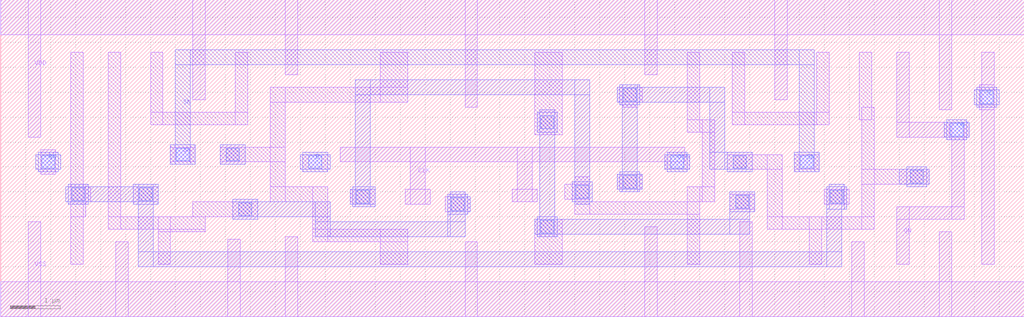
<source format=lef>
# Copyright 2022 Google LLC
# Licensed under the Apache License, Version 2.0 (the "License");
# you may not use this file except in compliance with the License.
# You may obtain a copy of the License at
#
#      http://www.apache.org/licenses/LICENSE-2.0
#
# Unless required by applicable law or agreed to in writing, software
# distributed under the License is distributed on an "AS IS" BASIS,
# WITHOUT WARRANTIES OR CONDITIONS OF ANY KIND, either express or implied.
# See the License for the specific language governing permissions and
# limitations under the License.
VERSION 5.7 ;
BUSBITCHARS "[]" ;
DIVIDERCHAR "/" ;

MACRO gf180mcu_osu_sc_gp9t3v3__addf_1
  CLASS CORE ;
  ORIGIN 0 0 ;
  FOREIGN gf180mcu_osu_sc_gp9t3v3__addf_1 0 0 ;
  SIZE 14 BY 6.35 ;
  SYMMETRY X Y ;
  SITE gf180mcu_osu_sc_gp9t3v3 ;
  PIN VDD
    DIRECTION INOUT ;
    USE POWER ;
    SHAPE ABUTMENT ;
    PORT
      LAYER Metal1 ;
        RECT 0 5.65 14 6.35 ;
        RECT 12.35 4.8 12.6 6.35 ;
        RECT 10.75 4.8 11 6.35 ;
        RECT 6.5 4.8 6.75 6.35 ;
        RECT 4.8 4.8 5.05 6.35 ;
        RECT 1.4 4.8 1.65 6.35 ;
    END
  END VDD
  PIN VSS
    DIRECTION INOUT ;
    USE GROUND ;
    SHAPE ABUTMENT ;
    PORT
      LAYER Metal1 ;
        RECT 0 0 14 0.7 ;
        RECT 12.35 0 12.6 1.5 ;
        RECT 10.75 0 11 1.5 ;
        RECT 6.5 0 6.75 1.5 ;
        RECT 4.8 0 5.05 1.5 ;
        RECT 1.4 0 1.65 1.5 ;
    END
  END VSS
  PIN A
    DIRECTION INPUT ;
    USE SIGNAL ;
    PORT
      LAYER Metal1 ;
        RECT 8.7 2.45 9.2 2.75 ;
        RECT 6.4 3.15 9.1 3.45 ;
        RECT 8.8 2.45 9.1 3.45 ;
        RECT 6.4 2.45 6.7 3.45 ;
        RECT 3.2 2.45 6.7 2.75 ;
        RECT 2.15 3.2 3.45 3.5 ;
        RECT 3.2 2.45 3.45 3.5 ;
        RECT 2.15 2.3 2.4 3.5 ;
        RECT 0.6 2.3 2.4 2.6 ;
      LAYER Metal2 ;
        RECT 0.6 2.25 1.1 2.65 ;
      LAYER Via1 ;
        RECT 0.72 2.32 0.98 2.58 ;
    END
  END A
  PIN B
    DIRECTION INPUT ;
    USE SIGNAL ;
    PORT
      LAYER Metal1 ;
        RECT 5.85 3.7 9.95 4 ;
        RECT 9.65 3 9.95 4 ;
        RECT 5.85 3 6.15 4 ;
        RECT 3.7 3.1 6.15 3.4 ;
        RECT 1.6 3.75 4 4.05 ;
        RECT 3.7 3 4 4.05 ;
        RECT 1.6 2.85 1.9 4.05 ;
      LAYER Metal2 ;
        RECT 1.5 2.95 2 3.25 ;
        RECT 1.55 2.9 1.95 3.3 ;
      LAYER Via1 ;
        RECT 1.62 2.97 1.88 3.23 ;
    END
  END B
  PIN CI
    DIRECTION INPUT ;
    USE SIGNAL ;
    PORT
      LAYER Metal1 ;
        RECT 9.75 2.35 10.6 2.65 ;
        RECT 9.75 1.9 10.05 2.65 ;
        RECT 2.65 1.9 10.05 2.2 ;
        RECT 7.05 1.9 7.35 2.85 ;
        RECT 2.65 1.9 2.95 2.7 ;
      LAYER Metal2 ;
        RECT 2.55 2.3 3.05 2.6 ;
        RECT 2.6 2.25 3 2.65 ;
      LAYER Via1 ;
        RECT 2.67 2.32 2.93 2.58 ;
    END
  END CI
  PIN CO
    DIRECTION OUTPUT ;
    USE SIGNAL ;
    PORT
      LAYER Metal1 ;
        RECT 13.2 3.1 13.75 3.4 ;
        RECT 13.2 3.05 13.65 3.45 ;
        RECT 13.2 1.05 13.45 5.3 ;
      LAYER Metal2 ;
        RECT 13.25 3.1 13.75 3.4 ;
        RECT 13.3 3.05 13.7 3.45 ;
      LAYER Via1 ;
        RECT 13.37 3.12 13.63 3.38 ;
    END
  END CO
  PIN S
    DIRECTION OUTPUT ;
    USE SIGNAL ;
    PORT
      LAYER Metal1 ;
        RECT 11.6 3.1 12.05 3.4 ;
        RECT 11.6 3.05 11.9 3.45 ;
        RECT 11.6 1.05 11.85 5.3 ;
      LAYER Metal2 ;
        RECT 11.55 3.1 12.05 3.4 ;
        RECT 11.6 3.05 12 3.45 ;
      LAYER Via1 ;
        RECT 11.67 3.12 11.93 3.38 ;
    END
  END S
  OBS
    LAYER Metal2 ;
      RECT 3.1 4.85 3.4 5.3 ;
      RECT 3.05 4.85 3.45 5.25 ;
      RECT 3 4.9 12.85 5.2 ;
      RECT 12.55 2.35 12.85 5.2 ;
      RECT 3.75 1.15 4.05 5.2 ;
      RECT 12.5 2.4 12.9 2.8 ;
      RECT 7.85 2.4 8.25 2.8 ;
      RECT 12.45 2.45 12.95 2.75 ;
      RECT 3.75 2.45 8.3 2.75 ;
      RECT 3.1 1.05 3.4 1.55 ;
      RECT 3.05 1.1 3.45 1.5 ;
      RECT 3.05 1.15 4.05 1.45 ;
      RECT 8.15 4.2 8.55 4.6 ;
      RECT 8.1 4.25 11.25 4.55 ;
      RECT 10.95 2.35 11.25 4.55 ;
      RECT 8.85 1.15 9.15 4.55 ;
      RECT 10.9 2.4 11.3 2.8 ;
      RECT 8.15 1.1 8.55 1.5 ;
      RECT 8.1 1.15 9.15 1.45 ;
      RECT 7.3 1.05 7.6 1.55 ;
      RECT 5.65 1.05 5.95 1.55 ;
      RECT 7.25 1.1 7.65 1.5 ;
      RECT 5.6 1.1 6 1.5 ;
      RECT 5.6 1.15 7.65 1.45 ;
      RECT 2.2 1.05 2.5 1.55 ;
      RECT 0.5 1.05 0.8 1.55 ;
      RECT 2.15 1.1 2.55 1.5 ;
      RECT 0.45 1.1 0.85 1.5 ;
      RECT 0.45 1.15 2.55 1.45 ;
    LAYER Via1 ;
      RECT 12.57 2.47 12.83 2.73 ;
      RECT 10.97 2.47 11.23 2.73 ;
      RECT 8.22 1.17 8.48 1.43 ;
      RECT 8.22 4.27 8.48 4.53 ;
      RECT 7.92 2.47 8.18 2.73 ;
      RECT 7.32 1.17 7.58 1.43 ;
      RECT 5.67 1.17 5.93 1.43 ;
      RECT 3.12 1.17 3.38 1.43 ;
      RECT 3.12 4.92 3.38 5.18 ;
      RECT 2.22 1.17 2.48 1.43 ;
      RECT 0.52 1.17 0.78 1.43 ;
    LAYER Metal1 ;
      RECT 7.35 4.3 7.6 5.3 ;
      RECT 5.65 4.3 5.9 5.3 ;
      RECT 5.65 4.3 7.6 4.55 ;
      RECT 2.25 4.3 2.5 5.3 ;
      RECT 0.55 4.3 0.8 5.3 ;
      RECT 0.55 4.3 2.5 4.55 ;
      RECT 12.45 2.45 12.95 2.75 ;
      RECT 10.85 2.45 11.35 2.75 ;
      RECT 8.1 4.25 8.6 4.55 ;
      RECT 8.2 1.05 8.5 1.55 ;
      RECT 7.8 2.45 8.3 2.75 ;
      RECT 7.3 1.05 7.6 1.55 ;
      RECT 5.65 1.05 5.95 1.55 ;
      RECT 3.1 1.05 3.4 1.55 ;
      RECT 3.1 4.8 3.4 5.3 ;
      RECT 2.2 1.05 2.5 1.55 ;
      RECT 0.5 1.05 0.8 1.55 ;
  END
END gf180mcu_osu_sc_gp9t3v3__addf_1
#--------EOF---------

MACRO gf180mcu_osu_sc_gp9t3v3__addh_1
  CLASS CORE ;
  ORIGIN 0 0 ;
  FOREIGN gf180mcu_osu_sc_gp9t3v3__addh_1 0 0 ;
  SIZE 8.6 BY 6.35 ;
  SYMMETRY X Y ;
  SITE gf180mcu_osu_sc_gp9t3v3 ;
  PIN VDD
    DIRECTION INOUT ;
    USE POWER ;
    SHAPE ABUTMENT ;
    PORT
      LAYER Metal1 ;
        RECT 0 5.65 8.6 6.35 ;
        RECT 6.65 4.6 6.9 6.35 ;
        RECT 3.85 3.6 4.1 6.35 ;
        RECT 3.1 3.6 3.35 6.35 ;
        RECT 1.4 3.6 1.65 6.35 ;
    END
  END VDD
  PIN VSS
    DIRECTION INOUT ;
    USE GROUND ;
    SHAPE ABUTMENT ;
    PORT
      LAYER Metal1 ;
        RECT 0 0 8.6 0.7 ;
        RECT 6.65 0 6.9 1.9 ;
        RECT 1.4 0 1.65 1.9 ;
    END
  END VSS
  PIN A
    DIRECTION INPUT ;
    USE SIGNAL ;
    PORT
      LAYER Metal1 ;
        RECT 3.9 2.3 4.4 2.6 ;
        RECT 1.5 2.3 2 2.6 ;
      LAYER Metal2 ;
        RECT 3.9 2.25 4.4 2.65 ;
        RECT 1.5 2.3 4.4 2.6 ;
        RECT 1.5 2.25 2 2.65 ;
      LAYER Via1 ;
        RECT 1.62 2.32 1.88 2.58 ;
        RECT 4.02 2.32 4.28 2.58 ;
    END
  END A
  PIN B
    DIRECTION INPUT ;
    USE SIGNAL ;
    PORT
      LAYER Metal1 ;
        RECT 5.2 2 5.5 2.5 ;
        RECT 2.35 2.25 2.85 2.55 ;
        RECT 2.35 1.65 2.85 1.95 ;
        RECT 2.45 1.65 2.75 2.55 ;
      LAYER Metal2 ;
        RECT 5.15 2.05 5.55 2.45 ;
        RECT 5.2 1.65 5.5 2.5 ;
        RECT 5.15 1.65 5.5 2.45 ;
        RECT 2.35 1.65 5.5 1.95 ;
        RECT 2.4 1.6 2.8 2 ;
      LAYER Via1 ;
        RECT 2.47 1.67 2.73 1.93 ;
        RECT 5.22 2.12 5.48 2.38 ;
    END
  END B
  PIN CO
    DIRECTION OUTPUT ;
    USE SIGNAL ;
    PORT
      LAYER Metal1 ;
        RECT 0.4 3.6 0.9 3.9 ;
        RECT 0.55 1.05 0.8 5.3 ;
      LAYER Metal2 ;
        RECT 0.4 3.55 0.9 3.95 ;
      LAYER Via1 ;
        RECT 0.52 3.62 0.78 3.88 ;
    END
  END CO
  PIN S
    DIRECTION OUTPUT ;
    USE SIGNAL ;
    PORT
      LAYER Metal1 ;
        RECT 7.7 2.95 8.2 3.25 ;
        RECT 7.75 2.9 8.1 3.3 ;
        RECT 7.5 3.6 8 5.3 ;
        RECT 7.75 1.05 8 5.3 ;
      LAYER Metal2 ;
        RECT 7.7 2.9 8.2 3.3 ;
      LAYER Via1 ;
        RECT 7.82 2.97 8.08 3.23 ;
    END
  END S
  OBS
    LAYER Metal2 ;
      RECT 6.3 3.05 6.8 3.45 ;
      RECT 3 3 3.5 3.4 ;
      RECT 3 3.05 6.8 3.35 ;
    LAYER Via1 ;
      RECT 6.42 3.12 6.68 3.38 ;
      RECT 3.12 3.07 3.38 3.33 ;
    LAYER Metal1 ;
      RECT 5.55 3.6 6.05 5.3 ;
      RECT 5.55 2.85 5.8 5.3 ;
      RECT 4.7 2.85 6.05 3.1 ;
      RECT 5.75 2.6 6.75 2.85 ;
      RECT 4.7 1.45 4.95 3.1 ;
      RECT 6.5 2.3 7.25 2.6 ;
      RECT 5.55 0.95 5.8 1.55 ;
      RECT 3.85 0.95 4.1 1.55 ;
      RECT 3.85 0.95 5.8 1.2 ;
      RECT 2.25 3.05 2.5 5.3 ;
      RECT 1.05 3.05 3.5 3.35 ;
      RECT 3.1 1.05 3.35 3.35 ;
      RECT 6.3 3.1 6.8 3.4 ;
  END
END gf180mcu_osu_sc_gp9t3v3__addh_1
#--------EOF---------

MACRO gf180mcu_osu_sc_gp9t3v3__and2_1
  CLASS CORE ;
  ORIGIN 0 0 ;
  FOREIGN gf180mcu_osu_sc_gp9t3v3__and2_1 0 0 ;
  SIZE 4.1 BY 6.35 ;
  SYMMETRY X Y ;
  SITE gf180mcu_osu_sc_gp9t3v3 ;
  PIN VDD
    DIRECTION INOUT ;
    USE POWER ;
    SHAPE ABUTMENT ;
    PORT
      LAYER Metal1 ;
        RECT 0 5.65 4.1 6.35 ;
        RECT 2.25 3.6 2.7 6.35 ;
        RECT 0.55 3.6 0.8 6.35 ;
    END
  END VDD
  PIN VSS
    DIRECTION INOUT ;
    USE GROUND ;
    SHAPE ABUTMENT ;
    PORT
      LAYER Metal1 ;
        RECT 0 0 4.1 0.7 ;
        RECT 2.1 0 2.7 1.9 ;
    END
  END VSS
  PIN A
    DIRECTION INPUT ;
    USE SIGNAL ;
    PORT
      LAYER Metal1 ;
        RECT 0.6 2.3 1.1 2.6 ;
      LAYER Metal2 ;
        RECT 0.6 2.3 1.1 2.6 ;
        RECT 0.65 2.25 1.05 2.65 ;
      LAYER Via1 ;
        RECT 0.72 2.32 0.98 2.58 ;
    END
  END A
  PIN B
    DIRECTION INPUT ;
    USE SIGNAL ;
    PORT
      LAYER Metal1 ;
        RECT 1.95 2.95 2.45 3.25 ;
      LAYER Metal2 ;
        RECT 1.95 2.9 2.45 3.3 ;
      LAYER Via1 ;
        RECT 2.07 2.97 2.33 3.23 ;
    END
  END B
  PIN Y
    DIRECTION OUTPUT ;
    USE SIGNAL ;
    PORT
      LAYER Metal1 ;
        RECT 3.3 3.6 3.8 3.9 ;
        RECT 3.3 3.55 3.7 3.95 ;
        RECT 3.3 1.05 3.55 5.3 ;
      LAYER Metal2 ;
        RECT 3.3 3.55 3.8 3.95 ;
      LAYER Via1 ;
        RECT 3.42 3.62 3.68 3.88 ;
    END
  END Y
  OBS
    LAYER Metal1 ;
      RECT 1.4 1.55 1.65 5.3 ;
      RECT 2.75 2.2 3.05 2.7 ;
      RECT 1.4 2.3 3.05 2.6 ;
      RECT 0.7 1.55 1.65 1.8 ;
      RECT 0.7 1.05 0.95 1.8 ;
  END
END gf180mcu_osu_sc_gp9t3v3__and2_1
#--------EOF---------

MACRO gf180mcu_osu_sc_gp9t3v3__ant
  CLASS CORE ;
  ORIGIN 0 0 ;
  FOREIGN gf180mcu_osu_sc_gp9t3v3__ant 0 0 ;
  SIZE 2.2 BY 6.35 ;
  SYMMETRY X Y ;
  SITE gf180mcu_osu_sc_gp9t3v3 ;
  PIN VDD
    DIRECTION INOUT ;
    USE POWER ;
    SHAPE ABUTMENT ;
    PORT
      LAYER Metal1 ;
        RECT 0 5.65 2.2 6.35 ;
        RECT 1.4 3.6 1.65 6.35 ;
    END
  END VDD
  PIN VSS
    DIRECTION INOUT ;
    USE GROUND ;
    SHAPE ABUTMENT ;
    PORT
      LAYER Metal1 ;
        RECT 0 0 2.2 0.7 ;
    END
  END VSS
  PIN A
    DIRECTION INPUT ;
    USE SIGNAL ;
    PORT
      LAYER Metal1 ;
        RECT 0.45 2.3 1.65 2.6 ;
        RECT 1.4 1.05 1.65 2.6 ;
        RECT 0.55 1.05 0.8 5.3 ;
        RECT 0.5 2.25 0.8 2.7 ;
      LAYER Metal2 ;
        RECT 0.5 2.25 0.95 2.65 ;
        RECT 0.45 2.3 0.95 2.6 ;
      LAYER Via1 ;
        RECT 0.57 2.32 0.83 2.58 ;
    END
  END A
END gf180mcu_osu_sc_gp9t3v3__ant
#--------EOF---------

MACRO gf180mcu_osu_sc_gp9t3v3__antfill
  CLASS CORE ;
  ORIGIN 0 0.05 ;
  FOREIGN gf180mcu_osu_sc_gp9t3v3__antfill 0 -0.05 ;
  SIZE 2.2 BY 6.35 ;
  SYMMETRY X Y ;
  SITE gf180mcu_osu_sc_gp9t3v3 ;
  PIN VDD
    DIRECTION INOUT ;
    USE POWER ;
    SHAPE ABUTMENT ;
    PORT
      LAYER Metal1 ;
        RECT 0 5.6 2.2 6.3 ;
        RECT 1.4 3.55 1.65 6.3 ;
    END
  END VDD
  PIN VSS
    DIRECTION INOUT ;
    USE GROUND ;
    SHAPE ABUTMENT ;
    PORT
      LAYER Metal1 ;
        RECT 0 -0.05 2.2 0.65 ;
    END
  END VSS
  PIN A
    DIRECTION INPUT ;
    USE SIGNAL ;
    PORT
      LAYER Metal1 ;
        RECT 0.45 2.25 1.65 2.55 ;
        RECT 1.4 1 1.65 2.55 ;
        RECT 0.55 1 0.8 5.25 ;
        RECT 0.5 2.2 0.8 2.65 ;
      LAYER Metal2 ;
        RECT 0.45 2.25 0.95 2.55 ;
        RECT 0.5 2.2 0.9 2.6 ;
      LAYER Via1 ;
        RECT 0.57 2.27 0.83 2.53 ;
    END
  END A
END gf180mcu_osu_sc_gp9t3v3__antfill
#--------EOF---------

MACRO gf180mcu_osu_sc_gp9t3v3__aoi21_1
  CLASS CORE ;
  ORIGIN 0 0 ;
  FOREIGN gf180mcu_osu_sc_gp9t3v3__aoi21_1 0 0 ;
  SIZE 3.9 BY 6.35 ;
  SYMMETRY X Y ;
  SITE gf180mcu_osu_sc_gp9t3v3 ;
  PIN VDD
    DIRECTION INOUT ;
    USE POWER ;
    SHAPE ABUTMENT ;
    PORT
      LAYER Metal1 ;
        RECT 0 5.65 3.9 6.35 ;
        RECT 1.4 4.35 1.65 6.35 ;
    END
  END VDD
  PIN VSS
    DIRECTION INOUT ;
    USE GROUND ;
    SHAPE ABUTMENT ;
    PORT
      LAYER Metal1 ;
        RECT 0 0 3.9 0.7 ;
        RECT 2.95 0 3.2 1.5 ;
        RECT 0.7 0 0.95 1.9 ;
    END
  END VSS
  PIN A0
    DIRECTION INPUT ;
    USE SIGNAL ;
    PORT
      LAYER Metal1 ;
        RECT 0.6 2.3 1.1 2.6 ;
      LAYER Metal2 ;
        RECT 0.6 2.25 1.1 2.65 ;
      LAYER Via1 ;
        RECT 0.72 2.32 0.98 2.58 ;
    END
  END A0
  PIN A1
    DIRECTION INPUT ;
    USE SIGNAL ;
    PORT
      LAYER Metal1 ;
        RECT 1.6 2.95 2.1 3.25 ;
      LAYER Metal2 ;
        RECT 1.6 2.9 2.1 3.3 ;
      LAYER Via1 ;
        RECT 1.72 2.97 1.98 3.23 ;
    END
  END A1
  PIN B
    DIRECTION INPUT ;
    USE SIGNAL ;
    PORT
      LAYER Metal1 ;
        RECT 2.35 2.3 2.85 2.6 ;
      LAYER Metal2 ;
        RECT 2.35 2.25 2.85 2.65 ;
      LAYER Via1 ;
        RECT 2.47 2.32 2.73 2.58 ;
    END
  END B
  PIN Y
    DIRECTION OUTPUT ;
    USE SIGNAL ;
    PORT
      LAYER Metal1 ;
        RECT 3 3.6 3.5 3.9 ;
        RECT 3.1 1.75 3.35 5.3 ;
        RECT 2.1 1.75 3.35 2 ;
        RECT 2.1 1.05 2.35 2 ;
      LAYER Metal2 ;
        RECT 3 3.55 3.5 3.95 ;
      LAYER Via1 ;
        RECT 3.12 3.62 3.38 3.88 ;
    END
  END Y
  OBS
    LAYER Metal1 ;
      RECT 2.25 3.85 2.5 5.3 ;
      RECT 0.55 3.85 0.8 5.3 ;
      RECT 0.55 3.85 2.5 4.1 ;
  END
END gf180mcu_osu_sc_gp9t3v3__aoi21_1
#--------EOF---------

MACRO gf180mcu_osu_sc_gp9t3v3__aoi22_1
  CLASS CORE ;
  ORIGIN 0 0 ;
  FOREIGN gf180mcu_osu_sc_gp9t3v3__aoi22_1 0 0 ;
  SIZE 5.4 BY 6.35 ;
  SYMMETRY X Y ;
  SITE gf180mcu_osu_sc_gp9t3v3 ;
  PIN VDD
    DIRECTION INOUT ;
    USE POWER ;
    SHAPE ABUTMENT ;
    PORT
      LAYER Metal1 ;
        RECT 0 5.65 5.4 6.35 ;
        RECT 1.4 4.35 1.65 6.35 ;
    END
  END VDD
  PIN VSS
    DIRECTION INOUT ;
    USE GROUND ;
    SHAPE ABUTMENT ;
    PORT
      LAYER Metal1 ;
        RECT 0 0 5.4 0.7 ;
        RECT 3.5 0 3.75 1.9 ;
        RECT 0.7 0 0.95 1.9 ;
    END
  END VSS
  PIN A0
    DIRECTION INPUT ;
    USE SIGNAL ;
    PORT
      LAYER Metal1 ;
        RECT 0.6 2.3 1.1 2.6 ;
      LAYER Metal2 ;
        RECT 0.6 2.25 1.1 2.65 ;
      LAYER Via1 ;
        RECT 0.72 2.32 0.98 2.58 ;
    END
  END A0
  PIN A1
    DIRECTION INPUT ;
    USE SIGNAL ;
    PORT
      LAYER Metal1 ;
        RECT 1.6 2.95 2.1 3.25 ;
      LAYER Metal2 ;
        RECT 1.6 2.9 2.1 3.3 ;
      LAYER Via1 ;
        RECT 1.72 2.97 1.98 3.23 ;
    END
  END A1
  PIN B0
    DIRECTION INPUT ;
    USE SIGNAL ;
    PORT
      LAYER Metal1 ;
        RECT 2.4 2.95 2.9 3.25 ;
      LAYER Metal2 ;
        RECT 2.4 2.9 2.9 3.3 ;
      LAYER Via1 ;
        RECT 2.52 2.97 2.78 3.23 ;
    END
  END B0
  PIN B1
    DIRECTION INPUT ;
    USE SIGNAL ;
    PORT
      LAYER Metal1 ;
        RECT 3.3 2.95 3.8 3.25 ;
      LAYER Metal2 ;
        RECT 3.3 2.9 3.8 3.3 ;
      LAYER Via1 ;
        RECT 3.42 2.97 3.68 3.23 ;
    END
  END B1
  PIN Y
    DIRECTION OUTPUT ;
    USE SIGNAL ;
    PORT
      LAYER Metal1 ;
        RECT 4.5 4.15 4.8 4.65 ;
        RECT 4.55 2.15 4.8 4.65 ;
        RECT 2.1 2.15 4.8 2.4 ;
        RECT 2.1 1.05 2.35 2.4 ;
        RECT 3 4.25 3.5 4.55 ;
        RECT 3.1 4.25 3.35 5.3 ;
      LAYER Metal2 ;
        RECT 4.45 4.15 4.85 4.65 ;
        RECT 3 4.25 4.85 4.55 ;
        RECT 3 4.2 3.5 4.6 ;
      LAYER Via1 ;
        RECT 3.12 4.27 3.38 4.53 ;
        RECT 4.52 4.27 4.78 4.53 ;
    END
  END Y
  OBS
    LAYER Metal1 ;
      RECT 3.95 3.75 4.25 5.3 ;
      RECT 2.25 3.75 2.5 5.3 ;
      RECT 0.55 3.75 0.8 5.3 ;
      RECT 0.55 3.75 4.25 4 ;
  END
END gf180mcu_osu_sc_gp9t3v3__aoi22_1
#--------EOF---------

MACRO gf180mcu_osu_sc_gp9t3v3__buf_1
  CLASS CORE ;
  ORIGIN 0 0 ;
  FOREIGN gf180mcu_osu_sc_gp9t3v3__buf_1 0 0 ;
  SIZE 3.2 BY 6.35 ;
  SYMMETRY X Y ;
  SITE gf180mcu_osu_sc_gp9t3v3 ;
  PIN VDD
    DIRECTION INOUT ;
    USE POWER ;
    SHAPE ABUTMENT ;
    PORT
      LAYER Metal1 ;
        RECT 0 5.65 3.2 6.35 ;
        RECT 1.4 3.6 1.75 6.35 ;
    END
  END VDD
  PIN VSS
    DIRECTION INOUT ;
    USE GROUND ;
    SHAPE ABUTMENT ;
    PORT
      LAYER Metal1 ;
        RECT 0 0 3.2 0.7 ;
        RECT 1.4 0 1.75 1.9 ;
    END
  END VSS
  PIN A
    DIRECTION INPUT ;
    USE SIGNAL ;
    PORT
      LAYER Metal1 ;
        RECT 1.05 2.95 1.55 3.25 ;
      LAYER Metal2 ;
        RECT 1.05 2.95 1.55 3.25 ;
        RECT 1.1 2.9 1.5 3.3 ;
      LAYER Via1 ;
        RECT 1.17 2.97 1.43 3.23 ;
    END
  END A
  PIN Y
    DIRECTION OUTPUT ;
    USE SIGNAL ;
    PORT
      LAYER Metal1 ;
        RECT 2.25 3.6 2.75 3.9 ;
        RECT 2.45 1.6 2.7 3.9 ;
        RECT 2.35 3.6 2.6 5.3 ;
        RECT 2.35 1.05 2.6 1.9 ;
      LAYER Metal2 ;
        RECT 2.25 3.55 2.75 3.95 ;
      LAYER Via1 ;
        RECT 2.37 3.62 2.63 3.88 ;
    END
  END Y
  OBS
    LAYER Metal1 ;
      RECT 0.55 1.05 0.8 5.3 ;
      RECT 0.55 2.25 2.2 2.55 ;
  END
END gf180mcu_osu_sc_gp9t3v3__buf_1
#--------EOF---------

MACRO gf180mcu_osu_sc_gp9t3v3__buf_2
  CLASS CORE ;
  ORIGIN 0 0 ;
  FOREIGN gf180mcu_osu_sc_gp9t3v3__buf_2 0 0 ;
  SIZE 3.9 BY 6.35 ;
  SYMMETRY X Y ;
  SITE gf180mcu_osu_sc_gp9t3v3 ;
  PIN VDD
    DIRECTION INOUT ;
    USE POWER ;
    SHAPE ABUTMENT ;
    PORT
      LAYER Metal1 ;
        RECT 0 5.65 3.9 6.35 ;
        RECT 3.1 3.6 3.35 6.35 ;
        RECT 1.4 3.6 1.65 6.35 ;
    END
  END VDD
  PIN VSS
    DIRECTION INOUT ;
    USE GROUND ;
    SHAPE ABUTMENT ;
    PORT
      LAYER Metal1 ;
        RECT 0 0 3.9 0.7 ;
        RECT 3.1 0 3.35 1.9 ;
        RECT 1.4 0 1.65 1.9 ;
    END
  END VSS
  PIN A
    DIRECTION INPUT ;
    USE SIGNAL ;
    PORT
      LAYER Metal1 ;
        RECT 1.05 2.3 1.55 2.6 ;
      LAYER Metal2 ;
        RECT 1.05 2.3 1.55 2.6 ;
        RECT 1.1 2.25 1.5 2.65 ;
      LAYER Via1 ;
        RECT 1.17 2.32 1.43 2.58 ;
    END
  END A
  PIN Y
    DIRECTION OUTPUT ;
    USE SIGNAL ;
    PORT
      LAYER Metal1 ;
        RECT 2.15 3.6 2.65 3.9 ;
        RECT 2.25 1.05 2.5 5.3 ;
      LAYER Metal2 ;
        RECT 2.15 3.55 2.65 3.95 ;
      LAYER Via1 ;
        RECT 2.27 3.62 2.53 3.88 ;
    END
  END Y
  OBS
    LAYER Metal1 ;
      RECT 0.55 1.05 0.8 5.3 ;
      RECT 0.55 3.05 2 3.35 ;
  END
END gf180mcu_osu_sc_gp9t3v3__buf_2
#--------EOF---------

MACRO gf180mcu_osu_sc_gp9t3v3__buf_4
  CLASS CORE ;
  ORIGIN 0 0.05 ;
  FOREIGN gf180mcu_osu_sc_gp9t3v3__buf_4 0 -0.05 ;
  SIZE 5.7 BY 6.35 ;
  SYMMETRY X Y ;
  SITE gf180mcu_osu_sc_gp9t3v3 ;
  PIN VDD
    DIRECTION INOUT ;
    USE POWER ;
    SHAPE ABUTMENT ;
    PORT
      LAYER Metal1 ;
        RECT 0 5.6 5.7 6.3 ;
        RECT 4.85 3.55 5.1 6.3 ;
        RECT 3.15 3.55 3.4 6.3 ;
        RECT 1.45 3.55 1.7 6.3 ;
    END
  END VDD
  PIN VSS
    DIRECTION INOUT ;
    USE GROUND ;
    SHAPE ABUTMENT ;
    PORT
      LAYER Metal1 ;
        RECT 0 -0.05 5.7 0.65 ;
        RECT 4.85 -0.05 5.1 1.85 ;
        RECT 3.15 -0.05 3.4 1.85 ;
        RECT 1.45 -0.05 1.7 1.85 ;
    END
  END VSS
  PIN A
    DIRECTION INPUT ;
    USE SIGNAL ;
    PORT
      LAYER Metal1 ;
        RECT 1.1 2.25 1.6 2.55 ;
      LAYER Metal2 ;
        RECT 1.1 2.25 1.6 2.55 ;
        RECT 1.15 2.2 1.55 2.6 ;
      LAYER Via1 ;
        RECT 1.22 2.27 1.48 2.53 ;
    END
  END A
  PIN Y
    DIRECTION OUTPUT ;
    USE SIGNAL ;
    PORT
      LAYER Metal1 ;
        RECT 3.9 3.55 4.4 3.85 ;
        RECT 4 1 4.25 5.25 ;
        RECT 2.3 3 4.25 3.3 ;
        RECT 2.3 2.1 4.25 2.4 ;
        RECT 2.3 1 2.55 5.25 ;
      LAYER Metal2 ;
        RECT 3.9 3.5 4.4 3.9 ;
      LAYER Via1 ;
        RECT 4.02 3.57 4.28 3.83 ;
    END
  END Y
  OBS
    LAYER Metal1 ;
      RECT 0.6 1 0.85 5.25 ;
      RECT 0.6 3 2.05 3.3 ;
  END
END gf180mcu_osu_sc_gp9t3v3__buf_4
#--------EOF---------

MACRO gf180mcu_osu_sc_gp9t3v3__buf_8
  CLASS CORE ;
  ORIGIN 0 0 ;
  FOREIGN gf180mcu_osu_sc_gp9t3v3__buf_8 0 0 ;
  SIZE 9.05 BY 6.35 ;
  SYMMETRY X Y ;
  SITE gf180mcu_osu_sc_gp9t3v3 ;
  PIN VDD
    DIRECTION INOUT ;
    USE POWER ;
    SHAPE ABUTMENT ;
    PORT
      LAYER Metal1 ;
        RECT 0 5.65 9.05 6.35 ;
        RECT 8.2 3.6 8.45 6.35 ;
        RECT 6.5 3.6 6.75 6.35 ;
        RECT 4.8 3.6 5.05 6.35 ;
        RECT 3.1 3.6 3.35 6.35 ;
        RECT 1.4 3.6 1.65 6.35 ;
    END
  END VDD
  PIN VSS
    DIRECTION INOUT ;
    USE GROUND ;
    SHAPE ABUTMENT ;
    PORT
      LAYER Metal1 ;
        RECT 0 0 9.05 0.7 ;
        RECT 8.2 0 8.45 1.9 ;
        RECT 6.5 0 6.75 1.9 ;
        RECT 4.8 0 5.05 1.9 ;
        RECT 3.1 0 3.35 1.9 ;
        RECT 1.4 0 1.65 1.9 ;
    END
  END VSS
  PIN A
    DIRECTION INPUT ;
    USE SIGNAL ;
    PORT
      LAYER Metal1 ;
        RECT 1.05 2.3 1.55 2.6 ;
      LAYER Metal2 ;
        RECT 1.05 2.3 1.55 2.6 ;
        RECT 1.1 2.25 1.5 2.65 ;
      LAYER Via1 ;
        RECT 1.17 2.32 1.43 2.58 ;
    END
  END A
  PIN Y
    DIRECTION OUTPUT ;
    USE SIGNAL ;
    PORT
      LAYER Metal1 ;
        RECT 7.25 3.6 7.75 3.9 ;
        RECT 7.35 1.05 7.6 5.3 ;
        RECT 2.25 3.05 7.6 3.35 ;
        RECT 2.25 2.15 7.6 2.45 ;
        RECT 5.65 1.05 5.9 5.3 ;
        RECT 3.95 1.05 4.2 5.3 ;
        RECT 2.25 1.05 2.5 5.3 ;
      LAYER Metal2 ;
        RECT 7.25 3.55 7.75 3.95 ;
      LAYER Via1 ;
        RECT 7.37 3.62 7.63 3.88 ;
    END
  END Y
  OBS
    LAYER Metal1 ;
      RECT 0.55 1.05 0.8 5.3 ;
      RECT 0.55 3.05 2 3.35 ;
  END
END gf180mcu_osu_sc_gp9t3v3__buf_8
#--------EOF---------

MACRO gf180mcu_osu_sc_gp9t3v3__buf_16
  CLASS CORE ;
  ORIGIN 0 0 ;
  FOREIGN gf180mcu_osu_sc_gp9t3v3__buf_16 0 0 ;
  SIZE 15.8 BY 6.35 ;
  SYMMETRY X Y ;
  SITE gf180mcu_osu_sc_gp9t3v3 ;
  PIN VDD
    DIRECTION INOUT ;
    USE POWER ;
    SHAPE ABUTMENT ;
    PORT
      LAYER Metal1 ;
        RECT 0 5.65 15.8 6.35 ;
        RECT 15 3.6 15.25 6.35 ;
        RECT 13.3 3.6 13.55 6.35 ;
        RECT 11.6 3.6 11.85 6.35 ;
        RECT 9.9 3.6 10.15 6.35 ;
        RECT 8.2 3.6 8.45 6.35 ;
        RECT 6.5 3.6 6.75 6.35 ;
        RECT 4.8 3.6 5.05 6.35 ;
        RECT 3.1 3.6 3.35 6.35 ;
        RECT 1.4 3.6 1.65 6.35 ;
    END
  END VDD
  PIN VSS
    DIRECTION INOUT ;
    USE GROUND ;
    SHAPE ABUTMENT ;
    PORT
      LAYER Metal1 ;
        RECT 0 0 15.8 0.7 ;
        RECT 15 0 15.25 1.9 ;
        RECT 13.3 0 13.55 1.9 ;
        RECT 11.6 0 11.85 1.9 ;
        RECT 9.9 0 10.15 1.9 ;
        RECT 8.2 0 8.45 1.9 ;
        RECT 6.5 0 6.75 1.9 ;
        RECT 4.8 0 5.05 1.9 ;
        RECT 3.1 0 3.35 1.9 ;
        RECT 1.4 0 1.65 1.9 ;
    END
  END VSS
  PIN A
    DIRECTION INPUT ;
    USE SIGNAL ;
    PORT
      LAYER Metal1 ;
        RECT 1.05 2.3 1.55 2.6 ;
      LAYER Metal2 ;
        RECT 1.05 2.3 1.55 2.6 ;
        RECT 1.1 2.25 1.5 2.65 ;
      LAYER Via1 ;
        RECT 1.17 2.32 1.43 2.58 ;
    END
  END A
  PIN Y
    DIRECTION OUTPUT ;
    USE SIGNAL ;
    PORT
      LAYER Metal1 ;
        RECT 14.05 3.6 14.55 3.9 ;
        RECT 14.15 1.05 14.4 5.3 ;
        RECT 2.25 3.05 14.4 3.35 ;
        RECT 2.25 2.15 14.4 2.45 ;
        RECT 12.45 1.05 12.7 5.3 ;
        RECT 10.75 1.05 11 5.3 ;
        RECT 9.05 1.05 9.3 5.3 ;
        RECT 7.35 1.05 7.6 5.3 ;
        RECT 5.65 1.05 5.9 5.3 ;
        RECT 3.95 1.05 4.2 5.3 ;
        RECT 2.25 1.05 2.5 5.3 ;
      LAYER Metal2 ;
        RECT 14.05 3.55 14.55 3.95 ;
      LAYER Via1 ;
        RECT 14.17 3.62 14.43 3.88 ;
    END
  END Y
  OBS
    LAYER Metal1 ;
      RECT 0.55 1.05 0.8 5.3 ;
      RECT 0.55 3.05 2 3.35 ;
  END
END gf180mcu_osu_sc_gp9t3v3__buf_16
#--------EOF---------

MACRO gf180mcu_osu_sc_gp9t3v3__clkbuf_1
  CLASS CORE ;
  ORIGIN 0 0 ;
  FOREIGN gf180mcu_osu_sc_gp9t3v3__clkbuf_1 0 0 ;
  SIZE 3.2 BY 6.35 ;
  SYMMETRY X Y ;
  SITE gf180mcu_osu_sc_gp9t3v3 ;
  PIN VDD
    DIRECTION INOUT ;
    USE POWER ;
    SHAPE ABUTMENT ;
    PORT
      LAYER Metal1 ;
        RECT 0 5.65 3.2 6.35 ;
        RECT 1.4 3.6 1.75 6.35 ;
    END
  END VDD
  PIN VSS
    DIRECTION INOUT ;
    USE GROUND ;
    SHAPE ABUTMENT ;
    PORT
      LAYER Metal1 ;
        RECT 0 0 3.2 0.7 ;
        RECT 1.4 0 1.75 1.9 ;
    END
  END VSS
  PIN A
    DIRECTION INPUT ;
    USE SIGNAL ;
    PORT
      LAYER Metal1 ;
        RECT 1.05 2.95 1.55 3.25 ;
      LAYER Metal2 ;
        RECT 1.05 2.95 1.55 3.25 ;
        RECT 1.1 2.9 1.5 3.3 ;
      LAYER Via1 ;
        RECT 1.17 2.97 1.43 3.23 ;
    END
  END A
  PIN Y
    DIRECTION OUTPUT ;
    USE SIGNAL ;
    PORT
      LAYER Metal1 ;
        RECT 2.25 1.6 2.75 1.9 ;
        RECT 2.35 1.05 2.6 1.9 ;
        RECT 2.25 3.6 2.75 3.9 ;
        RECT 2.35 3.6 2.6 5.3 ;
      LAYER Metal2 ;
        RECT 2.25 3.55 2.75 3.95 ;
        RECT 2.25 1.55 2.75 1.95 ;
        RECT 2.35 1.55 2.65 3.95 ;
      LAYER Via1 ;
        RECT 2.37 3.62 2.63 3.88 ;
        RECT 2.37 1.62 2.63 1.88 ;
    END
  END Y
  OBS
    LAYER Metal1 ;
      RECT 0.55 1.05 0.8 5.3 ;
      RECT 0.55 2.25 2.2 2.55 ;
  END
END gf180mcu_osu_sc_gp9t3v3__clkbuf_1
#--------EOF---------

MACRO gf180mcu_osu_sc_gp9t3v3__clkbuf_2
  CLASS CORE ;
  ORIGIN 0 0 ;
  FOREIGN gf180mcu_osu_sc_gp9t3v3__clkbuf_2 0 0 ;
  SIZE 3.9 BY 6.35 ;
  SYMMETRY X Y ;
  SITE gf180mcu_osu_sc_gp9t3v3 ;
  PIN VDD
    DIRECTION INOUT ;
    USE POWER ;
    SHAPE ABUTMENT ;
    PORT
      LAYER Metal1 ;
        RECT 0 5.65 3.9 6.35 ;
        RECT 3.1 3.6 3.35 6.35 ;
        RECT 1.4 3.6 1.65 6.35 ;
    END
  END VDD
  PIN VSS
    DIRECTION INOUT ;
    USE GROUND ;
    SHAPE ABUTMENT ;
    PORT
      LAYER Metal1 ;
        RECT 0 0 3.9 0.7 ;
        RECT 3.1 0 3.35 1.9 ;
        RECT 1.4 0 1.65 1.9 ;
    END
  END VSS
  PIN A
    DIRECTION INPUT ;
    USE SIGNAL ;
    PORT
      LAYER Metal1 ;
        RECT 1.05 2.3 1.55 2.6 ;
      LAYER Metal2 ;
        RECT 1.05 2.3 1.55 2.6 ;
        RECT 1.1 2.25 1.5 2.65 ;
      LAYER Via1 ;
        RECT 1.17 2.32 1.43 2.58 ;
    END
  END A
  PIN Y
    DIRECTION OUTPUT ;
    USE SIGNAL ;
    PORT
      LAYER Metal1 ;
        RECT 2.15 3.6 2.65 3.9 ;
        RECT 2.25 1.05 2.5 5.3 ;
      LAYER Metal2 ;
        RECT 2.15 3.55 2.65 3.95 ;
      LAYER Via1 ;
        RECT 2.27 3.62 2.53 3.88 ;
    END
  END Y
  OBS
    LAYER Metal1 ;
      RECT 0.55 1.05 0.8 5.3 ;
      RECT 0.55 3.05 2 3.35 ;
  END
END gf180mcu_osu_sc_gp9t3v3__clkbuf_2
#--------EOF---------

MACRO gf180mcu_osu_sc_gp9t3v3__clkbuf_4
  CLASS CORE ;
  ORIGIN 0 0.05 ;
  FOREIGN gf180mcu_osu_sc_gp9t3v3__clkbuf_4 0 -0.05 ;
  SIZE 5.7 BY 6.35 ;
  SYMMETRY X Y ;
  SITE gf180mcu_osu_sc_gp9t3v3 ;
  PIN VDD
    DIRECTION INOUT ;
    USE POWER ;
    SHAPE ABUTMENT ;
    PORT
      LAYER Metal1 ;
        RECT 0 5.6 5.7 6.3 ;
        RECT 4.85 3.55 5.1 6.3 ;
        RECT 3.15 3.55 3.4 6.3 ;
        RECT 1.45 3.55 1.7 6.3 ;
    END
  END VDD
  PIN VSS
    DIRECTION INOUT ;
    USE GROUND ;
    SHAPE ABUTMENT ;
    PORT
      LAYER Metal1 ;
        RECT 0 -0.05 5.7 0.65 ;
        RECT 4.85 -0.05 5.1 1.85 ;
        RECT 3.15 -0.05 3.4 1.85 ;
        RECT 1.45 -0.05 1.7 1.85 ;
    END
  END VSS
  PIN A
    DIRECTION INPUT ;
    USE SIGNAL ;
    PORT
      LAYER Metal1 ;
        RECT 1.1 2.25 1.6 2.55 ;
      LAYER Metal2 ;
        RECT 1.1 2.25 1.6 2.55 ;
        RECT 1.15 2.2 1.55 2.6 ;
      LAYER Via1 ;
        RECT 1.22 2.27 1.48 2.53 ;
    END
  END A
  PIN Y
    DIRECTION OUTPUT ;
    USE SIGNAL ;
    PORT
      LAYER Metal1 ;
        RECT 3.9 3.55 4.4 3.85 ;
        RECT 4 1 4.25 5.25 ;
        RECT 2.3 3 4.25 3.3 ;
        RECT 2.3 2.1 4.25 2.4 ;
        RECT 2.3 1 2.55 5.25 ;
      LAYER Metal2 ;
        RECT 3.9 3.5 4.4 3.9 ;
      LAYER Via1 ;
        RECT 4.02 3.57 4.28 3.83 ;
    END
  END Y
  OBS
    LAYER Metal1 ;
      RECT 0.6 1 0.85 5.25 ;
      RECT 0.6 3 2.05 3.3 ;
  END
END gf180mcu_osu_sc_gp9t3v3__clkbuf_4
#--------EOF---------

MACRO gf180mcu_osu_sc_gp9t3v3__clkbuf_8
  CLASS CORE ;
  ORIGIN 0 0 ;
  FOREIGN gf180mcu_osu_sc_gp9t3v3__clkbuf_8 0 0 ;
  SIZE 9.05 BY 6.35 ;
  SYMMETRY X Y ;
  SITE gf180mcu_osu_sc_gp9t3v3 ;
  PIN VDD
    DIRECTION INOUT ;
    USE POWER ;
    SHAPE ABUTMENT ;
    PORT
      LAYER Metal1 ;
        RECT 0 5.65 9.05 6.35 ;
        RECT 8.2 3.6 8.45 6.35 ;
        RECT 6.5 3.6 6.75 6.35 ;
        RECT 4.8 3.6 5.05 6.35 ;
        RECT 3.1 3.6 3.35 6.35 ;
        RECT 1.4 3.6 1.65 6.35 ;
    END
  END VDD
  PIN VSS
    DIRECTION INOUT ;
    USE GROUND ;
    SHAPE ABUTMENT ;
    PORT
      LAYER Metal1 ;
        RECT 0 0 9.05 0.7 ;
        RECT 8.2 0 8.45 1.9 ;
        RECT 6.5 0 6.75 1.9 ;
        RECT 4.8 0 5.05 1.9 ;
        RECT 3.1 0 3.35 1.9 ;
        RECT 1.4 0 1.65 1.9 ;
    END
  END VSS
  PIN A
    DIRECTION INPUT ;
    USE SIGNAL ;
    PORT
      LAYER Metal1 ;
        RECT 1.05 2.3 1.55 2.6 ;
      LAYER Metal2 ;
        RECT 1.05 2.3 1.55 2.6 ;
        RECT 1.1 2.25 1.5 2.65 ;
      LAYER Via1 ;
        RECT 1.17 2.32 1.43 2.58 ;
    END
  END A
  PIN Y
    DIRECTION OUTPUT ;
    USE SIGNAL ;
    PORT
      LAYER Metal1 ;
        RECT 7.25 3.6 7.75 3.9 ;
        RECT 7.35 1.05 7.6 5.3 ;
        RECT 2.25 3.05 7.6 3.35 ;
        RECT 2.25 2.15 7.6 2.45 ;
        RECT 5.65 1.05 5.9 5.3 ;
        RECT 3.95 1.05 4.2 5.3 ;
        RECT 2.25 1.05 2.5 5.3 ;
      LAYER Metal2 ;
        RECT 7.25 3.55 7.75 3.95 ;
      LAYER Via1 ;
        RECT 7.37 3.62 7.63 3.88 ;
    END
  END Y
  OBS
    LAYER Metal1 ;
      RECT 0.55 1.05 0.8 5.3 ;
      RECT 0.55 3.05 2 3.35 ;
  END
END gf180mcu_osu_sc_gp9t3v3__clkbuf_8
#--------EOF---------

MACRO gf180mcu_osu_sc_gp9t3v3__clkbuf_16
  CLASS CORE ;
  ORIGIN 0 0 ;
  FOREIGN gf180mcu_osu_sc_gp9t3v3__clkbuf_16 0 0 ;
  SIZE 15.8 BY 6.35 ;
  SYMMETRY X Y ;
  SITE gf180mcu_osu_sc_gp9t3v3 ;
  PIN VDD
    DIRECTION INOUT ;
    USE POWER ;
    SHAPE ABUTMENT ;
    PORT
      LAYER Metal1 ;
        RECT 0 5.65 15.8 6.35 ;
        RECT 15 3.6 15.25 6.35 ;
        RECT 13.3 3.6 13.55 6.35 ;
        RECT 11.6 3.6 11.85 6.35 ;
        RECT 9.9 3.6 10.15 6.35 ;
        RECT 8.2 3.6 8.45 6.35 ;
        RECT 6.5 3.6 6.75 6.35 ;
        RECT 4.8 3.6 5.05 6.35 ;
        RECT 3.1 3.6 3.35 6.35 ;
        RECT 1.4 3.6 1.65 6.35 ;
    END
  END VDD
  PIN VSS
    DIRECTION INOUT ;
    USE GROUND ;
    SHAPE ABUTMENT ;
    PORT
      LAYER Metal1 ;
        RECT 0 0 15.8 0.7 ;
        RECT 15 0 15.25 1.9 ;
        RECT 13.3 0 13.55 1.9 ;
        RECT 11.6 0 11.85 1.9 ;
        RECT 9.9 0 10.15 1.9 ;
        RECT 8.2 0 8.45 1.9 ;
        RECT 6.5 0 6.75 1.9 ;
        RECT 4.8 0 5.05 1.9 ;
        RECT 3.1 0 3.35 1.9 ;
        RECT 1.4 0 1.65 1.9 ;
    END
  END VSS
  PIN A
    DIRECTION INPUT ;
    USE SIGNAL ;
    PORT
      LAYER Metal1 ;
        RECT 1.05 2.3 1.55 2.6 ;
      LAYER Metal2 ;
        RECT 1.05 2.3 1.55 2.6 ;
        RECT 1.1 2.25 1.5 2.65 ;
      LAYER Via1 ;
        RECT 1.17 2.32 1.43 2.58 ;
    END
  END A
  PIN Y
    DIRECTION OUTPUT ;
    USE SIGNAL ;
    PORT
      LAYER Metal1 ;
        RECT 14.05 3.6 14.55 3.9 ;
        RECT 14.15 1.05 14.4 5.3 ;
        RECT 2.25 3.05 14.4 3.35 ;
        RECT 2.25 2.15 14.4 2.45 ;
        RECT 12.45 1.05 12.7 5.3 ;
        RECT 10.75 1.05 11 5.3 ;
        RECT 9.05 1.05 9.3 5.3 ;
        RECT 7.35 1.05 7.6 5.3 ;
        RECT 5.65 1.05 5.9 5.3 ;
        RECT 3.95 1.05 4.2 5.3 ;
        RECT 2.25 1.05 2.5 5.3 ;
      LAYER Metal2 ;
        RECT 14.05 3.55 14.55 3.95 ;
      LAYER Via1 ;
        RECT 14.17 3.62 14.43 3.88 ;
    END
  END Y
  OBS
    LAYER Metal1 ;
      RECT 0.55 1.05 0.8 5.3 ;
      RECT 0.55 3.05 2 3.35 ;
  END
END gf180mcu_osu_sc_gp9t3v3__clkbuf_16
#--------EOF---------

MACRO gf180mcu_osu_sc_gp9t3v3__clkinv_1
  CLASS CORE ;
  ORIGIN 0 0 ;
  FOREIGN gf180mcu_osu_sc_gp9t3v3__clkinv_1 0 0 ;
  SIZE 2.2 BY 6.35 ;
  SYMMETRY X Y ;
  SITE gf180mcu_osu_sc_gp9t3v3 ;
  PIN VDD
    DIRECTION INOUT ;
    USE POWER ;
    SHAPE ABUTMENT ;
    PORT
      LAYER Metal1 ;
        RECT 0 5.65 2.2 6.35 ;
        RECT 0.55 3.6 0.8 6.35 ;
    END
  END VDD
  PIN VSS
    DIRECTION INOUT ;
    USE GROUND ;
    SHAPE ABUTMENT ;
    PORT
      LAYER Metal1 ;
        RECT 0 0 2.2 0.7 ;
        RECT 0.55 0 0.8 1.9 ;
    END
  END VSS
  PIN A
    DIRECTION INPUT ;
    USE SIGNAL ;
    PORT
      LAYER Metal1 ;
        RECT 0.55 2.3 1.05 2.6 ;
      LAYER Metal2 ;
        RECT 0.55 2.25 1.05 2.65 ;
      LAYER Via1 ;
        RECT 0.67 2.32 0.93 2.58 ;
    END
  END A
  PIN Y
    DIRECTION OUTPUT ;
    USE SIGNAL ;
    PORT
      LAYER Metal1 ;
        RECT 1.3 3.6 1.8 3.9 ;
        RECT 1.4 1.05 1.65 5.3 ;
      LAYER Metal2 ;
        RECT 1.3 3.55 1.8 3.95 ;
      LAYER Via1 ;
        RECT 1.42 3.62 1.68 3.88 ;
    END
  END Y
END gf180mcu_osu_sc_gp9t3v3__clkinv_1
#--------EOF---------

MACRO gf180mcu_osu_sc_gp9t3v3__clkinv_2
  CLASS CORE ;
  ORIGIN 0 0 ;
  FOREIGN gf180mcu_osu_sc_gp9t3v3__clkinv_2 0 0 ;
  SIZE 3.2 BY 6.35 ;
  SYMMETRY X Y ;
  SITE gf180mcu_osu_sc_gp9t3v3 ;
  PIN VDD
    DIRECTION INOUT ;
    USE POWER ;
    SHAPE ABUTMENT ;
    PORT
      LAYER Metal1 ;
        RECT 0 5.65 3.2 6.35 ;
        RECT 2.3 3.6 2.55 6.35 ;
        RECT 0.55 3.6 0.8 6.35 ;
    END
  END VDD
  PIN VSS
    DIRECTION INOUT ;
    USE GROUND ;
    SHAPE ABUTMENT ;
    PORT
      LAYER Metal1 ;
        RECT 0 0 3.2 0.7 ;
        RECT 2.25 0 2.5 1.9 ;
        RECT 0.55 0 0.8 1.9 ;
    END
  END VSS
  PIN A
    DIRECTION INPUT ;
    USE SIGNAL ;
    PORT
      LAYER Metal1 ;
        RECT 0.65 2.3 1.15 2.6 ;
      LAYER Metal2 ;
        RECT 0.65 2.25 1.15 2.65 ;
      LAYER Via1 ;
        RECT 0.77 2.32 1.03 2.58 ;
    END
  END A
  PIN Y
    DIRECTION OUTPUT ;
    USE SIGNAL ;
    PORT
      LAYER Metal1 ;
        RECT 1.4 3.6 2.05 3.9 ;
        RECT 1.4 1.05 1.65 5.3 ;
      LAYER Metal2 ;
        RECT 1.55 3.6 2.05 3.9 ;
        RECT 1.6 3.55 2 3.95 ;
      LAYER Via1 ;
        RECT 1.67 3.62 1.93 3.88 ;
    END
  END Y
END gf180mcu_osu_sc_gp9t3v3__clkinv_2
#--------EOF---------

MACRO gf180mcu_osu_sc_gp9t3v3__clkinv_4
  CLASS CORE ;
  ORIGIN 0 0 ;
  FOREIGN gf180mcu_osu_sc_gp9t3v3__clkinv_4 0 0 ;
  SIZE 4.8 BY 6.35 ;
  SYMMETRY X Y ;
  SITE gf180mcu_osu_sc_gp9t3v3 ;
  PIN VDD
    DIRECTION INOUT ;
    USE POWER ;
    SHAPE ABUTMENT ;
    PORT
      LAYER Metal1 ;
        RECT 0 5.65 4.8 6.35 ;
        RECT 4 3.6 4.25 6.35 ;
        RECT 2.25 3.6 2.5 6.35 ;
        RECT 0.55 3.6 0.8 6.35 ;
    END
  END VDD
  PIN VSS
    DIRECTION INOUT ;
    USE GROUND ;
    SHAPE ABUTMENT ;
    PORT
      LAYER Metal1 ;
        RECT 0 0 4.8 0.7 ;
        RECT 3.95 0 4.2 1.9 ;
        RECT 2.25 0 2.5 1.9 ;
        RECT 0.55 0 0.8 1.9 ;
    END
  END VSS
  PIN A
    DIRECTION INPUT ;
    USE SIGNAL ;
    PORT
      LAYER Metal1 ;
        RECT 0.4 2.3 0.9 2.6 ;
      LAYER Metal2 ;
        RECT 0.4 2.25 0.9 2.65 ;
      LAYER Via1 ;
        RECT 0.52 2.32 0.78 2.58 ;
    END
  END A
  PIN Y
    DIRECTION OUTPUT ;
    USE SIGNAL ;
    PORT
      LAYER Metal1 ;
        RECT 3.1 3.6 3.75 3.9 ;
        RECT 3.1 1.05 3.35 5.3 ;
        RECT 1.4 3.1 3.35 3.35 ;
        RECT 1.4 2.15 3.35 2.4 ;
        RECT 1.4 1.05 1.65 5.3 ;
      LAYER Metal2 ;
        RECT 3.25 3.6 3.75 3.9 ;
        RECT 3.3 3.55 3.7 3.95 ;
      LAYER Via1 ;
        RECT 3.37 3.62 3.63 3.88 ;
    END
  END Y
END gf180mcu_osu_sc_gp9t3v3__clkinv_4
#--------EOF---------

MACRO gf180mcu_osu_sc_gp9t3v3__clkinv_8
  CLASS CORE ;
  ORIGIN 0 0 ;
  FOREIGN gf180mcu_osu_sc_gp9t3v3__clkinv_8 0 0 ;
  SIZE 8.2 BY 6.35 ;
  SYMMETRY X Y ;
  SITE gf180mcu_osu_sc_gp9t3v3 ;
  PIN VDD
    DIRECTION INOUT ;
    USE POWER ;
    SHAPE ABUTMENT ;
    PORT
      LAYER Metal1 ;
        RECT 0 5.65 8.2 6.35 ;
        RECT 7.4 3.6 7.65 6.35 ;
        RECT 5.65 3.6 5.9 6.35 ;
        RECT 3.95 3.6 4.2 6.35 ;
        RECT 2.25 3.6 2.5 6.35 ;
        RECT 0.55 3.6 0.8 6.35 ;
    END
  END VDD
  PIN VSS
    DIRECTION INOUT ;
    USE GROUND ;
    SHAPE ABUTMENT ;
    PORT
      LAYER Metal1 ;
        RECT 0 0 8.2 0.7 ;
        RECT 7.35 0 7.6 1.9 ;
        RECT 5.65 0 5.9 1.9 ;
        RECT 3.95 0 4.2 1.9 ;
        RECT 2.25 0 2.5 1.9 ;
        RECT 0.55 0 0.8 1.9 ;
    END
  END VSS
  PIN A
    DIRECTION INPUT ;
    USE SIGNAL ;
    PORT
      LAYER Metal1 ;
        RECT 0.4 2.3 0.9 2.6 ;
      LAYER Metal2 ;
        RECT 0.4 2.25 0.9 2.65 ;
      LAYER Via1 ;
        RECT 0.52 2.32 0.78 2.58 ;
    END
  END A
  PIN Y
    DIRECTION OUTPUT ;
    USE SIGNAL ;
    PORT
      LAYER Metal1 ;
        RECT 6.5 3.6 7.15 3.9 ;
        RECT 6.5 1.05 6.75 5.3 ;
        RECT 1.4 3.1 6.75 3.35 ;
        RECT 1.4 2.15 6.75 2.4 ;
        RECT 4.8 1.05 5.05 5.3 ;
        RECT 3.1 1.05 3.35 5.3 ;
        RECT 1.4 1.05 1.65 5.3 ;
      LAYER Metal2 ;
        RECT 6.65 3.6 7.15 3.9 ;
        RECT 6.7 3.55 7.1 3.95 ;
      LAYER Via1 ;
        RECT 6.77 3.62 7.03 3.88 ;
    END
  END Y
END gf180mcu_osu_sc_gp9t3v3__clkinv_8
#--------EOF---------

MACRO gf180mcu_osu_sc_gp9t3v3__clkinv_16
  CLASS CORE ;
  ORIGIN 0 0 ;
  FOREIGN gf180mcu_osu_sc_gp9t3v3__clkinv_16 0 0 ;
  SIZE 15 BY 6.35 ;
  SYMMETRY X Y ;
  SITE gf180mcu_osu_sc_gp9t3v3 ;
  PIN VDD
    DIRECTION INOUT ;
    USE POWER ;
    SHAPE ABUTMENT ;
    PORT
      LAYER Metal1 ;
        RECT 0 5.65 15 6.35 ;
        RECT 14.15 3.6 14.4 6.35 ;
        RECT 12.45 3.6 12.7 6.35 ;
        RECT 10.75 3.6 11 6.35 ;
        RECT 9.05 3.6 9.3 6.35 ;
        RECT 7.35 3.6 7.6 6.35 ;
        RECT 5.65 3.6 5.9 6.35 ;
        RECT 3.95 3.6 4.2 6.35 ;
        RECT 2.25 3.6 2.5 6.35 ;
        RECT 0.55 3.6 0.8 6.35 ;
    END
  END VDD
  PIN VSS
    DIRECTION INOUT ;
    USE GROUND ;
    SHAPE ABUTMENT ;
    PORT
      LAYER Metal1 ;
        RECT 0 0 15 0.7 ;
        RECT 14.15 0 14.4 1.9 ;
        RECT 12.45 0 12.7 1.9 ;
        RECT 10.75 0 11 1.9 ;
        RECT 9.05 0 9.3 1.9 ;
        RECT 7.35 0 7.6 1.9 ;
        RECT 5.65 0 5.9 1.9 ;
        RECT 3.95 0 4.2 1.9 ;
        RECT 2.25 0 2.5 1.9 ;
        RECT 0.55 0 0.8 1.9 ;
    END
  END VSS
  PIN A
    DIRECTION INPUT ;
    USE SIGNAL ;
    PORT
      LAYER Metal1 ;
        RECT 0.4 2.3 0.9 2.6 ;
      LAYER Metal2 ;
        RECT 0.4 2.25 0.9 2.65 ;
      LAYER Via1 ;
        RECT 0.52 2.32 0.78 2.58 ;
    END
  END A
  PIN Y
    DIRECTION OUTPUT ;
    USE SIGNAL ;
    PORT
      LAYER Metal1 ;
        RECT 13.3 3.6 13.85 3.9 ;
        RECT 13.3 1.05 13.55 5.3 ;
        RECT 1.4 3.1 13.55 3.35 ;
        RECT 1.4 2.15 13.55 2.4 ;
        RECT 11.6 1.05 11.85 5.3 ;
        RECT 9.9 1.05 10.15 5.3 ;
        RECT 8.2 1.05 8.45 5.3 ;
        RECT 6.5 1.05 6.75 5.3 ;
        RECT 4.8 1.05 5.05 5.3 ;
        RECT 3.1 1.05 3.35 5.3 ;
        RECT 1.4 1.05 1.65 5.3 ;
      LAYER Metal2 ;
        RECT 13.35 3.6 13.85 3.9 ;
        RECT 13.4 3.55 13.8 3.95 ;
      LAYER Via1 ;
        RECT 13.47 3.62 13.73 3.88 ;
    END
  END Y
END gf180mcu_osu_sc_gp9t3v3__clkinv_16
#--------EOF---------

MACRO gf180mcu_osu_sc_gp9t3v3__decap_1
  CLASS CORE ;
  ORIGIN 0 0 ;
  FOREIGN gf180mcu_osu_sc_gp9t3v3__decap_1 0 0 ;
  SIZE 2.2 BY 6.35 ;
  SYMMETRY X Y ;
  SITE gf180mcu_osu_sc_gp9t3v3 ;
  PIN VDD
    DIRECTION INOUT ;
    USE POWER ;
    SHAPE ABUTMENT ;
    PORT
      LAYER Metal1 ;
        RECT 0 5.65 2.2 6.35 ;
        RECT 1.4 3.6 1.65 6.35 ;
        RECT 0.55 3.6 0.8 6.35 ;
    END
  END VDD
  PIN VSS
    DIRECTION INOUT ;
    USE GROUND ;
    SHAPE ABUTMENT ;
    PORT
      LAYER Metal1 ;
        RECT 0 0 2.2 0.7 ;
        RECT 1.4 0 1.65 1.9 ;
        RECT 0.55 0 0.8 1.9 ;
    END
  END VSS
END gf180mcu_osu_sc_gp9t3v3__decap_1
#--------EOF---------

MACRO gf180mcu_osu_sc_gp9t3v3__dff_1
  CLASS CORE ;
  ORIGIN 0 0 ;
  FOREIGN gf180mcu_osu_sc_gp9t3v3__dff_1 0 0 ;
  SIZE 14.5 BY 6.35 ;
  SYMMETRY X Y ;
  SITE gf180mcu_osu_sc_gp9t3v3 ;
  PIN VDD
    DIRECTION INOUT ;
    USE POWER ;
    SHAPE ABUTMENT ;
    PORT
      LAYER Metal1 ;
        RECT 0 5.65 14.5 6.35 ;
        RECT 12.85 4.15 13.1 6.35 ;
        RECT 10.4 3.6 10.65 6.35 ;
        RECT 8.6 4.85 8.85 6.35 ;
        RECT 5 4.2 5.25 6.35 ;
        RECT 1.4 4.85 1.65 6.35 ;
    END
  END VDD
  PIN VSS
    DIRECTION INOUT ;
    USE GROUND ;
    SHAPE ABUTMENT ;
    PORT
      LAYER Metal1 ;
        RECT 0 0 14.5 0.7 ;
        RECT 12.85 0 13.1 1.7 ;
        RECT 10.4 0 10.65 1.5 ;
        RECT 8.6 0 8.85 1.6 ;
        RECT 5 0 5.25 1.5 ;
        RECT 1.4 0 1.65 1.6 ;
    END
  END VSS
  PIN CLK
    DIRECTION INPUT ;
    USE CLOCK ;
    PORT
      LAYER Metal1 ;
        RECT 9 2.95 9.5 3.25 ;
        RECT 2.5 3.1 9.4 3.35 ;
        RECT 2.5 3.1 8.95 3.4 ;
        RECT 5.95 2.05 6.45 2.35 ;
        RECT 6.05 2.05 6.35 3.4 ;
        RECT 3.8 2.1 4.3 2.4 ;
        RECT 3.9 2.1 4.2 3.4 ;
      LAYER Metal2 ;
        RECT 9 2.95 9.5 3.25 ;
        RECT 9.05 2.9 9.45 3.3 ;
      LAYER Via1 ;
        RECT 9.12 2.97 9.38 3.23 ;
    END
  END CLK
  PIN D
    DIRECTION INPUT ;
    USE SIGNAL ;
    PORT
      LAYER Metal1 ;
        RECT 1.75 2.95 2.25 3.25 ;
      LAYER Metal2 ;
        RECT 1.7 2.95 2.3 3.25 ;
        RECT 1.75 2.9 2.25 3.3 ;
      LAYER Via1 ;
        RECT 1.87 2.97 2.13 3.23 ;
    END
  END D
  PIN Q
    DIRECTION OUTPUT ;
    USE SIGNAL ;
    PORT
      LAYER Metal1 ;
        RECT 13.7 4.25 14.25 4.6 ;
        RECT 13.7 4.2 14.2 4.6 ;
        RECT 13.7 1.05 13.95 5.3 ;
      LAYER Metal2 ;
        RECT 13.75 4.25 14.25 4.55 ;
        RECT 13.8 4.2 14.2 4.6 ;
      LAYER Via1 ;
        RECT 13.87 4.27 14.13 4.53 ;
    END
  END Q
  PIN QN
    DIRECTION OUTPUT ;
    USE SIGNAL ;
    PORT
      LAYER Metal1 ;
        RECT 12 3.6 13.45 3.9 ;
        RECT 13.05 1.95 13.35 3.9 ;
        RECT 12 1.95 13.35 2.2 ;
        RECT 12 3.6 12.25 5.3 ;
        RECT 12 1.05 12.25 2.2 ;
      LAYER Metal2 ;
        RECT 12.95 3.6 13.45 3.9 ;
        RECT 13 3.55 13.4 3.95 ;
      LAYER Via1 ;
        RECT 13.07 3.62 13.33 3.88 ;
    END
  END QN
  OBS
    LAYER Metal2 ;
      RECT 8.1 4.25 8.5 4.65 ;
      RECT 8.05 4.3 11.45 4.6 ;
      RECT 11.15 2.65 11.45 4.6 ;
      RECT 8.15 2.25 8.45 4.65 ;
      RECT 12.2 2.6 12.6 3 ;
      RECT 11.15 2.65 12.65 2.95 ;
      RECT 8.1 2.25 8.5 2.65 ;
      RECT 8.05 2.3 8.55 2.6 ;
      RECT 6.5 1 6.8 4.7 ;
      RECT 6.45 4.25 6.85 4.65 ;
      RECT 10.55 1.7 10.95 2.1 ;
      RECT 10.2 1.75 11 2.05 ;
      RECT 6.45 1.4 6.85 1.8 ;
      RECT 6.5 1 6.85 1.8 ;
      RECT 10.2 1.7 10.95 2.05 ;
      RECT 10.2 1 10.5 2.05 ;
      RECT 6.5 1 10.5 1.3 ;
      RECT 2.8 5 7.55 5.3 ;
      RECT 7.25 1.6 7.55 5.3 ;
      RECT 2.8 2.05 3.1 5.3 ;
      RECT 2.75 2.05 3.2 2.45 ;
      RECT 2.7 2.1 3.2 2.4 ;
      RECT 9.4 1.6 9.8 2 ;
      RECT 7.2 1.6 7.6 2 ;
      RECT 7.15 1.65 9.9 1.95 ;
      RECT 4.65 2.05 5.05 2.45 ;
      RECT 0.45 2.05 0.85 2.45 ;
      RECT 4.6 2.1 5.1 2.4 ;
      RECT 0.4 2.1 0.9 2.4 ;
      RECT 4.7 1.15 5 2.45 ;
      RECT 0.5 1.15 0.8 2.45 ;
      RECT 0.5 1.15 5 1.45 ;
    LAYER Via1 ;
      RECT 12.27 2.67 12.53 2.93 ;
      RECT 10.62 1.77 10.88 2.03 ;
      RECT 9.47 1.67 9.73 1.93 ;
      RECT 8.17 2.32 8.43 2.58 ;
      RECT 8.17 4.32 8.43 4.58 ;
      RECT 7.27 1.67 7.53 1.93 ;
      RECT 6.52 1.47 6.78 1.73 ;
      RECT 6.52 4.32 6.78 4.58 ;
      RECT 4.72 2.12 4.98 2.38 ;
      RECT 2.82 2.12 3.08 2.38 ;
      RECT 0.52 2.12 0.78 2.38 ;
    LAYER Metal1 ;
      RECT 11.25 1.05 11.5 5.3 ;
      RECT 11.25 2.65 12.65 2.95 ;
      RECT 10.6 1.75 10.9 3.05 ;
      RECT 10.5 1.75 11 2.05 ;
      RECT 9.45 3.6 9.7 5.3 ;
      RECT 9.45 3.6 10 3.85 ;
      RECT 9.75 2.3 10 3.85 ;
      RECT 9.45 1.55 9.75 2.6 ;
      RECT 9.45 1.05 9.7 2.6 ;
      RECT 8.05 4.3 8.55 4.6 ;
      RECT 8.15 4.2 8.45 4.6 ;
      RECT 6.95 2 7.25 2.5 ;
      RECT 6.9 2.1 7.55 2.4 ;
      RECT 7.25 1.55 7.55 2.4 ;
      RECT 4.7 2.1 5 2.45 ;
      RECT 4.6 2.1 5.1 2.4 ;
      RECT 3.3 4.3 3.85 5.3 ;
      RECT 1.05 4.3 3.85 4.6 ;
      RECT 1.05 1.9 1.35 4.6 ;
      RECT 1.05 3.1 1.45 3.4 ;
      RECT 1.05 1.9 2.25 2.15 ;
      RECT 2 1.5 2.25 2.15 ;
      RECT 2 1.5 3.85 1.75 ;
      RECT 3.3 1.05 3.85 1.75 ;
      RECT 0.55 1.05 0.8 5.3 ;
      RECT 0.5 2 0.8 2.45 ;
      RECT 0.4 2.1 0.8 2.4 ;
      RECT 8.05 2.3 8.55 2.6 ;
      RECT 6.4 1.05 6.95 1.75 ;
      RECT 6.4 4.2 6.95 5.3 ;
      RECT 2.7 2.1 3.2 2.4 ;
  END
END gf180mcu_osu_sc_gp9t3v3__dff_1
#--------EOF---------

MACRO gf180mcu_osu_sc_gp9t3v3__dffn_1
  CLASS CORE ;
  ORIGIN 0 0 ;
  FOREIGN gf180mcu_osu_sc_gp9t3v3__dffn_1 0 0 ;
  SIZE 15.5 BY 6.35 ;
  SYMMETRY X Y ;
  SITE gf180mcu_osu_sc_gp9t3v3 ;
  PIN VDD
    DIRECTION INOUT ;
    USE POWER ;
    SHAPE ABUTMENT ;
    PORT
      LAYER Metal1 ;
        RECT 0 5.65 15.5 6.35 ;
        RECT 13.85 4.15 14.1 6.35 ;
        RECT 11.4 3.6 11.65 6.35 ;
        RECT 8.6 4.85 8.85 6.35 ;
        RECT 5 4.2 5.25 6.35 ;
        RECT 1.4 4.85 1.65 6.35 ;
    END
  END VDD
  PIN VSS
    DIRECTION INOUT ;
    USE GROUND ;
    SHAPE ABUTMENT ;
    PORT
      LAYER Metal1 ;
        RECT 0 0 15.5 0.7 ;
        RECT 13.85 0 14.1 1.7 ;
        RECT 11.4 0 11.65 1.5 ;
        RECT 8.6 0 8.85 1.6 ;
        RECT 5 0 5.25 1.5 ;
        RECT 1.4 0 1.65 1.6 ;
    END
  END VSS
  PIN CLK
    DIRECTION INPUT ;
    USE CLOCK ;
    PORT
      LAYER Metal1 ;
        RECT 11.15 2.85 11.45 3.35 ;
      LAYER Metal2 ;
        RECT 11.05 2.95 11.55 3.25 ;
        RECT 11.1 2.9 11.5 3.3 ;
      LAYER Via1 ;
        RECT 11.17 2.97 11.43 3.23 ;
    END
  END CLK
  PIN D
    DIRECTION INPUT ;
    USE SIGNAL ;
    PORT
      LAYER Metal1 ;
        RECT 1.75 2.95 2.25 3.25 ;
      LAYER Metal2 ;
        RECT 1.7 2.95 2.3 3.25 ;
        RECT 1.75 2.9 2.25 3.3 ;
      LAYER Via1 ;
        RECT 1.87 2.97 2.13 3.23 ;
    END
  END D
  PIN Q
    DIRECTION OUTPUT ;
    USE SIGNAL ;
    PORT
      LAYER Metal1 ;
        RECT 14.7 4.25 15.25 4.6 ;
        RECT 14.7 4.2 15.2 4.6 ;
        RECT 14.7 1.05 14.95 5.3 ;
      LAYER Metal2 ;
        RECT 14.75 4.25 15.25 4.55 ;
        RECT 14.8 4.2 15.2 4.6 ;
      LAYER Via1 ;
        RECT 14.87 4.27 15.13 4.53 ;
    END
  END Q
  PIN QN
    DIRECTION OUTPUT ;
    USE SIGNAL ;
    PORT
      LAYER Metal1 ;
        RECT 13 3.6 14.45 3.9 ;
        RECT 14.05 1.95 14.35 3.9 ;
        RECT 13 1.95 14.35 2.2 ;
        RECT 13 3.6 13.25 5.3 ;
        RECT 13 1.05 13.25 2.2 ;
      LAYER Metal2 ;
        RECT 13.95 3.6 14.45 3.9 ;
        RECT 14 3.55 14.4 3.95 ;
      LAYER Via1 ;
        RECT 14.07 3.62 14.33 3.88 ;
    END
  END QN
  OBS
    LAYER Metal2 ;
      RECT 8.1 4.25 8.5 4.65 ;
      RECT 8.05 4.3 12.45 4.6 ;
      RECT 12.15 2.65 12.45 4.6 ;
      RECT 8.15 2.25 8.45 4.65 ;
      RECT 13.2 2.6 13.6 3 ;
      RECT 12.15 2.65 13.65 2.95 ;
      RECT 8.1 2.25 8.5 2.65 ;
      RECT 8.05 2.3 8.55 2.6 ;
      RECT 6.5 1 6.8 4.7 ;
      RECT 6.45 4.25 6.85 4.65 ;
      RECT 11.55 1.7 11.95 2.1 ;
      RECT 11.2 1.75 12 2.05 ;
      RECT 6.45 1.4 6.85 1.8 ;
      RECT 6.5 1 6.85 1.8 ;
      RECT 11.2 1.7 11.95 2.05 ;
      RECT 11.2 1 11.5 2.05 ;
      RECT 6.5 1 11.75 1.3 ;
      RECT 10.3 2.9 10.7 3.3 ;
      RECT 9.05 2.9 9.45 3.3 ;
      RECT 9 2.95 10.75 3.25 ;
      RECT 2.8 5 7.55 5.3 ;
      RECT 7.25 1.6 7.55 5.3 ;
      RECT 2.8 2.05 3.1 5.3 ;
      RECT 2.75 2.05 3.2 2.45 ;
      RECT 2.7 2.1 3.2 2.4 ;
      RECT 9.4 1.6 9.8 2 ;
      RECT 7.2 1.6 7.6 2 ;
      RECT 7.15 1.65 9.9 1.95 ;
      RECT 4.65 2.05 5.05 2.45 ;
      RECT 0.45 2.05 0.85 2.45 ;
      RECT 4.6 2.1 5.1 2.4 ;
      RECT 0.4 2.1 0.9 2.4 ;
      RECT 4.7 1.15 5 2.45 ;
      RECT 0.5 1.15 0.8 2.45 ;
      RECT 0.5 1.15 5 1.45 ;
    LAYER Via1 ;
      RECT 13.27 2.67 13.53 2.93 ;
      RECT 11.62 1.77 11.88 2.03 ;
      RECT 10.37 2.97 10.63 3.23 ;
      RECT 9.47 1.67 9.73 1.93 ;
      RECT 9.12 2.97 9.38 3.23 ;
      RECT 8.17 2.32 8.43 2.58 ;
      RECT 8.17 4.32 8.43 4.58 ;
      RECT 7.27 1.67 7.53 1.93 ;
      RECT 6.52 1.47 6.78 1.73 ;
      RECT 6.52 4.32 6.78 4.58 ;
      RECT 4.72 2.12 4.98 2.38 ;
      RECT 2.82 2.12 3.08 2.38 ;
      RECT 0.52 2.12 0.78 2.38 ;
    LAYER Metal1 ;
      RECT 12.25 1.05 12.5 5.3 ;
      RECT 12.25 2.65 13.65 2.95 ;
      RECT 11.6 1.75 11.9 2.55 ;
      RECT 11.5 1.75 12 2.05 ;
      RECT 10.55 1.05 10.8 5.3 ;
      RECT 10.5 2.9 10.8 3.3 ;
      RECT 10.25 2.95 10.8 3.25 ;
      RECT 9.45 3.6 9.7 5.3 ;
      RECT 9.45 3.6 10 3.85 ;
      RECT 9.75 2.3 10 3.85 ;
      RECT 9.45 1.55 9.75 2.6 ;
      RECT 9.45 1.05 9.7 2.6 ;
      RECT 2.5 3.1 8.95 3.4 ;
      RECT 2.5 3.1 9.4 3.35 ;
      RECT 9 2.95 9.5 3.25 ;
      RECT 6.05 2.05 6.35 3.4 ;
      RECT 3.9 2.1 4.2 3.4 ;
      RECT 3.8 2.1 4.3 2.4 ;
      RECT 5.95 2.05 6.45 2.35 ;
      RECT 8.05 4.3 8.55 4.6 ;
      RECT 8.15 4.2 8.45 4.6 ;
      RECT 6.95 2 7.25 2.5 ;
      RECT 6.9 2.1 7.55 2.4 ;
      RECT 7.25 1.55 7.55 2.4 ;
      RECT 4.7 2.1 5 2.45 ;
      RECT 4.6 2.1 5.1 2.4 ;
      RECT 3.3 4.3 3.85 5.3 ;
      RECT 1.05 4.3 3.85 4.6 ;
      RECT 1.05 1.9 1.35 4.6 ;
      RECT 1.05 3.1 1.45 3.4 ;
      RECT 1.05 1.9 2.25 2.15 ;
      RECT 2 1.5 2.25 2.15 ;
      RECT 2 1.5 3.85 1.75 ;
      RECT 3.3 1.05 3.85 1.75 ;
      RECT 0.55 1.05 0.8 5.3 ;
      RECT 0.5 2 0.8 2.45 ;
      RECT 0.4 2.1 0.8 2.4 ;
      RECT 8.05 2.3 8.55 2.6 ;
      RECT 6.4 1.05 6.95 1.75 ;
      RECT 6.4 4.2 6.95 5.3 ;
      RECT 2.7 2.1 3.2 2.4 ;
  END
END gf180mcu_osu_sc_gp9t3v3__dffn_1
#--------EOF---------

MACRO gf180mcu_osu_sc_gp9t3v3__dffsr_1
  CLASS CORE ;
  ORIGIN 0 0 ;
  FOREIGN gf180mcu_osu_sc_gp9t3v3__dffsr_1 0 0 ;
  SIZE 20.5 BY 6.35 ;
  SYMMETRY X Y ;
  SITE gf180mcu_osu_sc_gp9t3v3 ;
  PIN VDD
    DIRECTION INOUT ;
    USE POWER ;
    SHAPE ABUTMENT ;
    PORT
      LAYER Metal1 ;
        RECT 0 5.65 20.5 6.35 ;
        RECT 18.8 4.15 19.05 6.35 ;
        RECT 15.5 4.35 15.75 6.35 ;
        RECT 12.9 4.85 13.15 6.35 ;
        RECT 9.3 4.2 9.55 6.35 ;
        RECT 5.7 4.85 5.95 6.35 ;
        RECT 3.85 4.35 4.1 6.35 ;
        RECT 0.55 3.6 0.8 6.35 ;
    END
  END VDD
  PIN VSS
    DIRECTION INOUT ;
    USE GROUND ;
    SHAPE ABUTMENT ;
    PORT
      LAYER Metal1 ;
        RECT 0 0 20.5 0.7 ;
        RECT 18.8 0 19.05 1.7 ;
        RECT 17.05 0 17.3 1.5 ;
        RECT 14.8 0 15.05 1.9 ;
        RECT 12.9 0 13.15 1.8 ;
        RECT 9.3 0 9.55 1.5 ;
        RECT 5.7 0 5.95 1.6 ;
        RECT 4.55 0 4.8 1.55 ;
        RECT 2.3 0 2.55 1.5 ;
        RECT 0.55 0 0.8 1.9 ;
    END
  END VSS
  PIN CLK
    DIRECTION INPUT ;
    USE CLOCK ;
    PORT
      LAYER Metal1 ;
        RECT 13.3 2.95 13.8 3.25 ;
        RECT 6.8 3.1 13.7 3.4 ;
        RECT 10.25 2.3 10.75 2.55 ;
        RECT 10.35 2.3 10.65 3.4 ;
        RECT 8.1 2.25 8.6 2.55 ;
        RECT 8.2 2.25 8.5 3.4 ;
      LAYER Metal2 ;
        RECT 13.3 2.95 13.8 3.25 ;
        RECT 13.35 2.9 13.75 3.3 ;
      LAYER Via1 ;
        RECT 13.42 2.97 13.68 3.23 ;
    END
  END CLK
  PIN D
    DIRECTION INPUT ;
    USE SIGNAL ;
    PORT
      LAYER Metal1 ;
        RECT 6.05 2.95 6.55 3.25 ;
      LAYER Metal2 ;
        RECT 6 2.95 6.6 3.25 ;
        RECT 6.05 2.9 6.55 3.3 ;
      LAYER Via1 ;
        RECT 6.17 2.97 6.43 3.23 ;
    END
  END D
  PIN Q
    DIRECTION OUTPUT ;
    USE SIGNAL ;
    PORT
      LAYER Metal1 ;
        RECT 19.65 1.05 19.9 5.3 ;
        RECT 19.6 4.15 19.9 4.65 ;
      LAYER Metal2 ;
        RECT 19.5 4.25 20 4.55 ;
        RECT 19.55 4.2 19.95 4.6 ;
      LAYER Via1 ;
        RECT 19.62 4.27 19.88 4.53 ;
    END
  END Q
  PIN QN
    DIRECTION OUTPUT ;
    USE SIGNAL ;
    PORT
      LAYER Metal1 ;
        RECT 17.95 3.6 19.4 3.9 ;
        RECT 19 3.55 19.3 3.9 ;
        RECT 19.05 1.95 19.3 3.9 ;
        RECT 17.95 1.95 19.3 2.2 ;
        RECT 17.95 3.6 18.2 5.3 ;
        RECT 17.95 1.05 18.2 2.2 ;
      LAYER Metal2 ;
        RECT 18.9 3.6 19.4 3.9 ;
        RECT 18.95 3.55 19.35 3.95 ;
      LAYER Via1 ;
        RECT 19.02 3.62 19.28 3.88 ;
    END
  END QN
  PIN RN
    DIRECTION INPUT ;
    USE SIGNAL ;
    PORT
      LAYER Metal1 ;
        RECT 0.8 2.85 1.1 3.35 ;
      LAYER Metal2 ;
        RECT 0.7 2.95 1.2 3.25 ;
        RECT 0.75 2.9 1.15 3.3 ;
      LAYER Via1 ;
        RECT 0.82 2.97 1.08 3.23 ;
    END
  END RN
  PIN SN
    DIRECTION OUTPUT ;
    USE SIGNAL ;
    PORT
      LAYER Metal1 ;
        RECT 15.9 2.95 16.4 3.25 ;
        RECT 3.4 3.1 3.9 3.4 ;
      LAYER Metal2 ;
        RECT 15.9 2.9 16.4 3.3 ;
        RECT 3.5 5.05 16.3 5.35 ;
        RECT 16 2.9 16.3 5.35 ;
        RECT 3.4 3.05 3.9 3.45 ;
        RECT 3.5 3.05 3.8 5.35 ;
      LAYER Via1 ;
        RECT 3.52 3.12 3.78 3.38 ;
        RECT 16.02 2.97 16.28 3.23 ;
    END
  END SN
  OBS
    LAYER Metal2 ;
      RECT 18.15 2.6 18.55 3 ;
      RECT 18 2.65 18.6 2.95 ;
      RECT 16.6 2.15 16.9 2.65 ;
      RECT 2.65 2.25 3.15 2.65 ;
      RECT 1.35 2.25 1.75 2.65 ;
      RECT 16.55 2.15 16.95 2.6 ;
      RECT 1.3 2.3 3.15 2.6 ;
      RECT 2.75 1 3.05 2.65 ;
      RECT 16.55 1 16.85 2.6 ;
      RECT 2.75 1 16.85 1.3 ;
      RECT 10.8 1.6 11.1 4.15 ;
      RECT 10.75 3.7 11.15 4.1 ;
      RECT 14.6 2.1 15.1 2.5 ;
      RECT 14.6 1.65 15 2.5 ;
      RECT 10.75 1.6 11.15 2 ;
      RECT 10.7 1.65 15 1.95 ;
      RECT 12.4 4.25 12.8 4.65 ;
      RECT 12.35 4.3 14.5 4.6 ;
      RECT 14.2 2.95 14.5 4.6 ;
      RECT 12.45 2.5 12.75 4.65 ;
      RECT 14.2 2.95 15.05 3.3 ;
      RECT 14.55 2.9 15.05 3.3 ;
      RECT 12.4 2.5 12.8 2.9 ;
      RECT 12.35 2.55 12.85 2.85 ;
      RECT 7.1 4.45 11.8 4.75 ;
      RECT 11.5 2.25 11.8 4.75 ;
      RECT 7.1 2.2 7.4 4.75 ;
      RECT 11.45 2.3 11.85 2.7 ;
      RECT 7.05 2.2 7.5 2.6 ;
      RECT 7 2.25 7.5 2.55 ;
      RECT 9 1.6 9.3 2.5 ;
      RECT 8.95 2.05 9.35 2.45 ;
      RECT 8.95 2.1 9.4 2.4 ;
      RECT 4.65 1.95 5.15 2.35 ;
      RECT 4.65 2 6.6 2.3 ;
      RECT 6.3 1.6 6.6 2.3 ;
      RECT 8.95 1.6 9.3 2.45 ;
      RECT 6.3 1.6 9.3 1.9 ;
      RECT 4.4 3.05 4.9 3.45 ;
    LAYER Via1 ;
      RECT 18.22 2.67 18.48 2.93 ;
      RECT 16.62 2.27 16.88 2.53 ;
      RECT 14.72 2.17 14.98 2.43 ;
      RECT 14.67 2.97 14.93 3.23 ;
      RECT 12.47 2.57 12.73 2.83 ;
      RECT 12.47 4.32 12.73 4.58 ;
      RECT 11.52 2.37 11.78 2.63 ;
      RECT 10.82 1.67 11.08 1.93 ;
      RECT 10.82 3.77 11.08 4.03 ;
      RECT 9.02 2.12 9.28 2.38 ;
      RECT 7.12 2.27 7.38 2.53 ;
      RECT 4.77 2.02 5.03 2.28 ;
      RECT 4.52 3.12 4.78 3.38 ;
      RECT 2.77 2.32 3.03 2.58 ;
      RECT 1.42 2.32 1.68 2.58 ;
    LAYER Metal1 ;
      RECT 17.2 3.95 17.45 5.3 ;
      RECT 17.25 1.75 17.5 4.2 ;
      RECT 14.55 2.95 15.65 3.25 ;
      RECT 15.35 1.75 15.65 3.25 ;
      RECT 17.25 2.65 18.6 2.95 ;
      RECT 15.35 1.75 17.5 2 ;
      RECT 16.2 1.05 16.45 2 ;
      RECT 16.35 3.85 16.6 5.3 ;
      RECT 14.65 3.85 14.9 5.3 ;
      RECT 14.65 3.85 16.6 4.1 ;
      RECT 13.75 3.7 14 5.3 ;
      RECT 13.75 3.7 14.3 3.95 ;
      RECT 14.05 2.3 14.3 3.95 ;
      RECT 11.5 2.05 11.8 2.8 ;
      RECT 11.3 2.35 11.8 2.65 ;
      RECT 13.75 2.3 14.3 2.6 ;
      RECT 11.5 2.05 14 2.3 ;
      RECT 13.75 1.05 14 2.6 ;
      RECT 12.35 4.3 12.85 4.6 ;
      RECT 12.45 4.2 12.75 4.6 ;
      RECT 9 2.1 9.3 2.45 ;
      RECT 8.9 2.1 9.4 2.4 ;
      RECT 7.6 4.3 8.15 5.3 ;
      RECT 5.4 4.3 8.15 4.6 ;
      RECT 5.4 2.3 5.7 4.6 ;
      RECT 4.4 3.1 5.7 3.4 ;
      RECT 5.4 2.3 6.55 2.6 ;
      RECT 6.25 1.5 6.55 2.6 ;
      RECT 6.25 1.5 8.15 1.75 ;
      RECT 7.6 1.05 8.15 1.75 ;
      RECT 2.15 1.75 2.4 5.3 ;
      RECT 3.85 2 5.15 2.3 ;
      RECT 3.15 1.7 4.1 2 ;
      RECT 2.15 1.75 4.1 2 ;
      RECT 3.15 1.05 3.4 2 ;
      RECT 4.7 3.85 4.95 5.3 ;
      RECT 3 3.85 3.25 5.3 ;
      RECT 3 3.85 4.95 4.1 ;
      RECT 1.4 1.05 1.65 5.3 ;
      RECT 1.4 2 1.7 2.65 ;
      RECT 1.4 2.3 1.8 2.6 ;
      RECT 16.5 2.25 17 2.55 ;
      RECT 14.6 2.15 15.1 2.45 ;
      RECT 12.35 2.55 12.85 2.85 ;
      RECT 10.7 1.05 11.25 1.95 ;
      RECT 10.7 3.65 11.25 5.3 ;
      RECT 7 2.25 7.5 2.55 ;
      RECT 2.65 2.3 3.15 2.6 ;
  END
END gf180mcu_osu_sc_gp9t3v3__dffsr_1
#--------EOF---------

MACRO gf180mcu_osu_sc_gp9t3v3__dlat_1
  CLASS CORE ;
  ORIGIN 0 0 ;
  FOREIGN gf180mcu_osu_sc_gp9t3v3__dlat_1 0 0 ;
  SIZE 9.5 BY 6.35 ;
  SYMMETRY X Y ;
  SITE gf180mcu_osu_sc_gp9t3v3 ;
  PIN VDD
    DIRECTION INOUT ;
    USE POWER ;
    SHAPE ABUTMENT ;
    PORT
      LAYER Metal1 ;
        RECT 0 5.65 9.5 6.35 ;
        RECT 7.8 4.3 8.05 6.35 ;
        RECT 5.35 3.85 5.6 6.35 ;
        RECT 1.45 4.4 1.7 6.35 ;
    END
  END VDD
  PIN VSS
    DIRECTION INOUT ;
    USE GROUND ;
    SHAPE ABUTMENT ;
    PORT
      LAYER Metal1 ;
        RECT 0 0 9.5 0.7 ;
        RECT 7.8 0 8.05 1.55 ;
        RECT 5.2 0 5.6 1.55 ;
        RECT 1.45 0 1.85 1.6 ;
    END
  END VSS
  PIN CLK
    DIRECTION INPUT ;
    USE CLOCK ;
    PORT
      LAYER Metal1 ;
        RECT 5.7 3.1 6.2 3.4 ;
        RECT 3.4 2.95 3.9 3.4 ;
      LAYER Metal2 ;
        RECT 5.7 3.05 6.2 3.45 ;
        RECT 3.5 3.1 6.2 3.4 ;
        RECT 3.4 2.95 3.9 3.25 ;
        RECT 3.45 2.9 3.85 3.3 ;
      LAYER Via1 ;
        RECT 3.52 2.97 3.78 3.23 ;
        RECT 5.82 3.12 6.08 3.38 ;
    END
  END CLK
  PIN D
    DIRECTION INPUT ;
    USE SIGNAL ;
    PORT
      LAYER Metal1 ;
        RECT 1.85 2.95 2.35 3.25 ;
      LAYER Metal2 ;
        RECT 1.85 2.9 2.35 3.3 ;
      LAYER Via1 ;
        RECT 1.97 2.97 2.23 3.23 ;
    END
  END D
  PIN Q
    DIRECTION OUTPUT ;
    USE SIGNAL ;
    PORT
      LAYER Metal1 ;
        RECT 8.65 2.95 9.15 3.25 ;
        RECT 8.65 2.9 9.05 3.3 ;
        RECT 8.65 1.05 8.9 5.3 ;
      LAYER Metal2 ;
        RECT 8.65 2.95 9.15 3.25 ;
        RECT 8.7 2.9 9.1 3.3 ;
      LAYER Via1 ;
        RECT 8.77 2.97 9.03 3.23 ;
    END
  END Q
  OBS
    LAYER Metal2 ;
      RECT 7.2 2.4 7.7 2.8 ;
      RECT 5.05 2.4 5.45 2.8 ;
      RECT 4.6 2.45 7.7 2.75 ;
      RECT 0.35 2.25 0.85 2.65 ;
      RECT 0.35 2.3 4.9 2.6 ;
      RECT 0.35 2.4 5.45 2.6 ;
    LAYER Via1 ;
      RECT 7.32 2.47 7.58 2.73 ;
      RECT 5.12 2.47 5.38 2.73 ;
      RECT 0.47 2.32 0.73 2.58 ;
    LAYER Metal1 ;
      RECT 6.95 3.45 7.2 5.3 ;
      RECT 6.95 3.45 8.3 3.7 ;
      RECT 8 1.95 8.3 3.7 ;
      RECT 6.95 1.95 8.3 2.2 ;
      RECT 6.95 1.05 7.2 2.2 ;
      RECT 6.2 3.75 6.45 5.3 ;
      RECT 6.45 2.1 6.7 4 ;
      RECT 2.6 3.1 3.1 3.4 ;
      RECT 2.7 2.4 3 3.4 ;
      RECT 4.15 2.55 4.65 2.85 ;
      RECT 2.7 2.4 4.5 2.7 ;
      RECT 2.7 2.45 4.55 2.7 ;
      RECT 4.2 1.8 4.5 2.85 ;
      RECT 6.2 1.05 6.45 2.35 ;
      RECT 4.2 1.8 6.45 2.05 ;
      RECT 3.15 3.9 3.4 5.3 ;
      RECT 1.15 3.9 3.4 4.15 ;
      RECT 1.15 2 1.4 4.15 ;
      RECT 1.1 3.1 1.55 3.4 ;
      RECT 1.15 2 2.4 2.25 ;
      RECT 2.15 1.3 2.4 2.25 ;
      RECT 3.15 1.05 3.4 1.65 ;
      RECT 2.15 1.3 3.4 1.55 ;
      RECT 0.6 1.05 0.85 5.3 ;
      RECT 0.5 2.25 0.85 2.65 ;
      RECT 0.35 2.3 0.85 2.6 ;
      RECT 0.45 2.25 0.85 2.6 ;
      RECT 7.2 2.45 7.7 2.75 ;
      RECT 5 2.45 5.5 2.75 ;
  END
END gf180mcu_osu_sc_gp9t3v3__dlat_1
#--------EOF---------

MACRO gf180mcu_osu_sc_gp9t3v3__dlatn_1
  CLASS CORE ;
  ORIGIN 0 0 ;
  FOREIGN gf180mcu_osu_sc_gp9t3v3__dlatn_1 0 0 ;
  SIZE 11.3 BY 6.35 ;
  SYMMETRY X Y ;
  SITE gf180mcu_osu_sc_gp9t3v3 ;
  PIN VDD
    DIRECTION INOUT ;
    USE POWER ;
    SHAPE ABUTMENT ;
    PORT
      LAYER Metal1 ;
        RECT 0 5.65 11.3 6.35 ;
        RECT 9.6 4.3 9.85 6.35 ;
        RECT 8 3.65 8.25 6.35 ;
        RECT 5.35 3.85 5.6 6.35 ;
        RECT 1.45 4.4 1.7 6.35 ;
    END
  END VDD
  PIN VSS
    DIRECTION INOUT ;
    USE GROUND ;
    SHAPE ABUTMENT ;
    PORT
      LAYER Metal1 ;
        RECT 0 0 11.3 0.7 ;
        RECT 9.6 0 9.85 1.55 ;
        RECT 8 0 8.25 1.9 ;
        RECT 5.2 0 5.6 1.55 ;
        RECT 1.45 0 1.85 1.6 ;
    END
  END VSS
  PIN CLK
    DIRECTION INPUT ;
    USE CLOCK ;
    PORT
      LAYER Metal1 ;
        RECT 7.75 2.95 8.25 3.25 ;
      LAYER Metal2 ;
        RECT 7.75 2.9 8.25 3.3 ;
      LAYER Via1 ;
        RECT 7.87 2.97 8.13 3.23 ;
    END
  END CLK
  PIN D
    DIRECTION INPUT ;
    USE SIGNAL ;
    PORT
      LAYER Metal1 ;
        RECT 1.85 2.95 2.35 3.25 ;
      LAYER Metal2 ;
        RECT 1.85 2.9 2.35 3.3 ;
      LAYER Via1 ;
        RECT 1.97 2.97 2.23 3.23 ;
    END
  END D
  PIN Q
    DIRECTION OUTPUT ;
    USE SIGNAL ;
    PORT
      LAYER Metal1 ;
        RECT 10.45 2.95 10.95 3.25 ;
        RECT 10.45 2.9 10.85 3.3 ;
        RECT 10.45 1.05 10.7 5.3 ;
      LAYER Metal2 ;
        RECT 10.45 2.95 10.95 3.25 ;
        RECT 10.5 2.9 10.9 3.3 ;
      LAYER Via1 ;
        RECT 10.57 2.97 10.83 3.23 ;
    END
  END Q
  OBS
    LAYER Metal2 ;
      RECT 9 2.4 9.5 2.8 ;
      RECT 5.05 2.4 5.5 2.8 ;
      RECT 8.95 2.4 9.5 2.75 ;
      RECT 4.6 2.4 5.5 2.75 ;
      RECT 0.35 2.25 0.85 2.65 ;
      RECT 0.35 2.3 4.9 2.6 ;
      RECT 5.2 2.25 9.25 2.55 ;
      RECT 6.95 3.05 7.45 3.45 ;
      RECT 5.7 3.05 6.2 3.45 ;
      RECT 3.5 3.1 7.45 3.4 ;
      RECT 3.45 2.9 3.85 3.3 ;
      RECT 3.4 2.95 3.9 3.25 ;
    LAYER Via1 ;
      RECT 9.12 2.47 9.38 2.73 ;
      RECT 7.07 3.12 7.33 3.38 ;
      RECT 5.82 3.12 6.08 3.38 ;
      RECT 5.12 2.47 5.38 2.73 ;
      RECT 3.52 2.97 3.78 3.23 ;
      RECT 0.47 2.32 0.73 2.58 ;
    LAYER Metal1 ;
      RECT 8.75 3.45 9 5.3 ;
      RECT 8.75 3.45 10.1 3.7 ;
      RECT 9.8 1.95 10.1 3.7 ;
      RECT 8.75 1.95 10.1 2.2 ;
      RECT 8.75 1.05 9 2.2 ;
      RECT 7.15 1.05 7.4 5.3 ;
      RECT 6.95 3.1 7.45 3.4 ;
      RECT 6.2 3.75 6.45 5.3 ;
      RECT 6.45 2.1 6.7 4 ;
      RECT 2.6 3.1 3.1 3.4 ;
      RECT 2.7 2.4 3 3.4 ;
      RECT 4.15 2.55 4.65 2.85 ;
      RECT 2.7 2.4 4.5 2.7 ;
      RECT 2.7 2.45 4.55 2.7 ;
      RECT 4.2 1.8 4.5 2.85 ;
      RECT 6.2 1.05 6.45 2.35 ;
      RECT 4.2 1.8 6.45 2.05 ;
      RECT 3.15 3.9 3.4 5.3 ;
      RECT 1.15 3.9 3.4 4.15 ;
      RECT 1.15 2 1.4 4.15 ;
      RECT 1.1 3.1 1.55 3.4 ;
      RECT 1.15 2 2.4 2.25 ;
      RECT 2.15 1.3 2.4 2.25 ;
      RECT 3.15 1.05 3.4 1.65 ;
      RECT 2.15 1.3 3.4 1.55 ;
      RECT 0.6 1.05 0.85 5.3 ;
      RECT 0.5 2.25 0.85 2.65 ;
      RECT 0.35 2.3 0.85 2.6 ;
      RECT 0.45 2.25 0.85 2.6 ;
      RECT 9 2.45 9.5 2.75 ;
      RECT 5.7 3.1 6.2 3.4 ;
      RECT 5 2.45 5.5 2.75 ;
      RECT 3.4 2.95 3.9 3.4 ;
  END
END gf180mcu_osu_sc_gp9t3v3__dlatn_1
#--------EOF---------

MACRO gf180mcu_osu_sc_gp9t3v3__fill_1
  CLASS CORE ;
  ORIGIN 0 0 ;
  FOREIGN gf180mcu_osu_sc_gp9t3v3__fill_1 0 0 ;
  SIZE 0.1 BY 6.35 ;
  SYMMETRY X Y ;
  SITE gf180mcu_osu_sc_gp9t3v3 ;
  PIN VDD
    DIRECTION INOUT ;
    USE POWER ;
    SHAPE ABUTMENT ;
    PORT
      LAYER Metal1 ;
        RECT 0 5.65 0.1 6.35 ;
    END
  END VDD
  PIN VSS
    DIRECTION INOUT ;
    USE GROUND ;
    SHAPE ABUTMENT ;
    PORT
      LAYER Metal1 ;
        RECT 0 0 0.1 0.7 ;
    END
  END VSS
END gf180mcu_osu_sc_gp9t3v3__fill_1
#--------EOF---------

MACRO gf180mcu_osu_sc_gp9t3v3__fill_2
  CLASS CORE ;
  ORIGIN 0 0 ;
  FOREIGN gf180mcu_osu_sc_gp9t3v3__fill_2 0 0 ;
  SIZE 0.2 BY 6.35 ;
  SYMMETRY X Y ;
  SITE gf180mcu_osu_sc_gp9t3v3 ;
  PIN VDD
    DIRECTION INOUT ;
    USE POWER ;
    SHAPE ABUTMENT ;
    PORT
      LAYER Metal1 ;
        RECT 0 5.65 0.2 6.35 ;
    END
  END VDD
  PIN VSS
    DIRECTION INOUT ;
    USE GROUND ;
    SHAPE ABUTMENT ;
    PORT
      LAYER Metal1 ;
        RECT 0 0 0.2 0.7 ;
    END
  END VSS
END gf180mcu_osu_sc_gp9t3v3__fill_2
#--------EOF---------

MACRO gf180mcu_osu_sc_gp9t3v3__fill_4
  CLASS CORE ;
  ORIGIN 0 0 ;
  FOREIGN gf180mcu_osu_sc_gp9t3v3__fill_4 0 0 ;
  SIZE 0.4 BY 6.35 ;
  SYMMETRY X Y ;
  SITE gf180mcu_osu_sc_gp9t3v3 ;
  PIN VDD
    DIRECTION INOUT ;
    USE POWER ;
    SHAPE ABUTMENT ;
    PORT
      LAYER Metal1 ;
        RECT 0 5.65 0.4 6.35 ;
    END
  END VDD
  PIN VSS
    DIRECTION INOUT ;
    USE GROUND ;
    SHAPE ABUTMENT ;
    PORT
      LAYER Metal1 ;
        RECT 0 0 0.4 0.7 ;
    END
  END VSS
END gf180mcu_osu_sc_gp9t3v3__fill_4
#--------EOF---------

MACRO gf180mcu_osu_sc_gp9t3v3__fill_8
  CLASS CORE ;
  ORIGIN 0 0 ;
  FOREIGN gf180mcu_osu_sc_gp9t3v3__fill_8 0 0 ;
  SIZE 0.8 BY 6.35 ;
  SYMMETRY X Y ;
  SITE gf180mcu_osu_sc_gp9t3v3 ;
  PIN VDD
    DIRECTION INOUT ;
    USE POWER ;
    SHAPE ABUTMENT ;
    PORT
      LAYER Metal1 ;
        RECT 0 5.65 0.8 6.35 ;
    END
  END VDD
  PIN VSS
    DIRECTION INOUT ;
    USE GROUND ;
    SHAPE ABUTMENT ;
    PORT
      LAYER Metal1 ;
        RECT 0 0 0.8 0.7 ;
    END
  END VSS
END gf180mcu_osu_sc_gp9t3v3__fill_8
#--------EOF---------

MACRO gf180mcu_osu_sc_gp9t3v3__fill_16
  CLASS CORE ;
  ORIGIN 0 0 ;
  FOREIGN gf180mcu_osu_sc_gp9t3v3__fill_16 0 0 ;
  SIZE 1.6 BY 6.35 ;
  SYMMETRY X Y ;
  SITE gf180mcu_osu_sc_gp9t3v3 ;
  PIN VDD
    DIRECTION INOUT ;
    USE POWER ;
    SHAPE ABUTMENT ;
    PORT
      LAYER Metal1 ;
        RECT 0 5.65 1.6 6.35 ;
    END
  END VDD
  PIN VSS
    DIRECTION INOUT ;
    USE GROUND ;
    SHAPE ABUTMENT ;
    PORT
      LAYER Metal1 ;
        RECT 0 0 1.6 0.7 ;
    END
  END VSS
END gf180mcu_osu_sc_gp9t3v3__fill_16
#--------EOF---------

MACRO gf180mcu_osu_sc_gp9t3v3__inv_1
  CLASS CORE ;
  ORIGIN 0 0 ;
  FOREIGN gf180mcu_osu_sc_gp9t3v3__inv_1 0 0 ;
  SIZE 2.2 BY 6.35 ;
  SYMMETRY X Y ;
  SITE gf180mcu_osu_sc_gp9t3v3 ;
  PIN VDD
    DIRECTION INOUT ;
    USE POWER ;
    SHAPE ABUTMENT ;
    PORT
      LAYER Metal1 ;
        RECT 0 5.65 2.2 6.35 ;
        RECT 0.55 3.6 0.8 6.35 ;
    END
  END VDD
  PIN VSS
    DIRECTION INOUT ;
    USE GROUND ;
    SHAPE ABUTMENT ;
    PORT
      LAYER Metal1 ;
        RECT 0 0 2.2 0.7 ;
        RECT 0.55 0 0.8 1.9 ;
    END
  END VSS
  PIN A
    DIRECTION INPUT ;
    USE SIGNAL ;
    PORT
      LAYER Metal1 ;
        RECT 0.55 2.3 1.05 2.6 ;
      LAYER Metal2 ;
        RECT 0.55 2.25 1.05 2.65 ;
      LAYER Via1 ;
        RECT 0.67 2.32 0.93 2.58 ;
    END
  END A
  PIN Y
    DIRECTION OUTPUT ;
    USE SIGNAL ;
    PORT
      LAYER Metal1 ;
        RECT 1.3 3.6 1.8 3.9 ;
        RECT 1.4 1.05 1.65 5.3 ;
      LAYER Metal2 ;
        RECT 1.3 3.55 1.8 3.95 ;
      LAYER Via1 ;
        RECT 1.42 3.62 1.68 3.88 ;
    END
  END Y
END gf180mcu_osu_sc_gp9t3v3__inv_1
#--------EOF---------

MACRO gf180mcu_osu_sc_gp9t3v3__inv_2
  CLASS CORE ;
  ORIGIN 0 0 ;
  FOREIGN gf180mcu_osu_sc_gp9t3v3__inv_2 0 0 ;
  SIZE 3.2 BY 6.35 ;
  SYMMETRY X Y ;
  SITE gf180mcu_osu_sc_gp9t3v3 ;
  PIN VDD
    DIRECTION INOUT ;
    USE POWER ;
    SHAPE ABUTMENT ;
    PORT
      LAYER Metal1 ;
        RECT 0 5.65 3.2 6.35 ;
        RECT 2.3 3.6 2.55 6.35 ;
        RECT 0.55 3.6 0.8 6.35 ;
    END
  END VDD
  PIN VSS
    DIRECTION INOUT ;
    USE GROUND ;
    SHAPE ABUTMENT ;
    PORT
      LAYER Metal1 ;
        RECT 0 0 3.2 0.7 ;
        RECT 2.25 0 2.5 1.9 ;
        RECT 0.55 0 0.8 1.9 ;
    END
  END VSS
  PIN A
    DIRECTION INPUT ;
    USE SIGNAL ;
    PORT
      LAYER Metal1 ;
        RECT 0.65 2.3 1.15 2.6 ;
      LAYER Metal2 ;
        RECT 0.65 2.25 1.15 2.65 ;
      LAYER Via1 ;
        RECT 0.77 2.32 1.03 2.58 ;
    END
  END A
  PIN Y
    DIRECTION OUTPUT ;
    USE SIGNAL ;
    PORT
      LAYER Metal1 ;
        RECT 1.4 3.6 2.05 3.9 ;
        RECT 1.4 1.05 1.65 5.3 ;
      LAYER Metal2 ;
        RECT 1.55 3.6 2.05 3.9 ;
        RECT 1.6 3.55 2 3.95 ;
      LAYER Via1 ;
        RECT 1.67 3.62 1.93 3.88 ;
    END
  END Y
END gf180mcu_osu_sc_gp9t3v3__inv_2
#--------EOF---------

MACRO gf180mcu_osu_sc_gp9t3v3__inv_4
  CLASS CORE ;
  ORIGIN 0 0 ;
  FOREIGN gf180mcu_osu_sc_gp9t3v3__inv_4 0 0 ;
  SIZE 4.8 BY 6.35 ;
  SYMMETRY X Y ;
  SITE gf180mcu_osu_sc_gp9t3v3 ;
  PIN VDD
    DIRECTION INOUT ;
    USE POWER ;
    SHAPE ABUTMENT ;
    PORT
      LAYER Metal1 ;
        RECT 0 5.65 4.8 6.35 ;
        RECT 4 3.6 4.25 6.35 ;
        RECT 2.25 3.6 2.5 6.35 ;
        RECT 0.55 3.6 0.8 6.35 ;
    END
  END VDD
  PIN VSS
    DIRECTION INOUT ;
    USE GROUND ;
    SHAPE ABUTMENT ;
    PORT
      LAYER Metal1 ;
        RECT 0 0 4.8 0.7 ;
        RECT 3.95 0 4.2 1.9 ;
        RECT 2.25 0 2.5 1.9 ;
        RECT 0.55 0 0.8 1.9 ;
    END
  END VSS
  PIN A
    DIRECTION INPUT ;
    USE SIGNAL ;
    PORT
      LAYER Metal1 ;
        RECT 0.4 2.3 0.9 2.6 ;
      LAYER Metal2 ;
        RECT 0.4 2.25 0.9 2.65 ;
      LAYER Via1 ;
        RECT 0.52 2.32 0.78 2.58 ;
    END
  END A
  PIN Y
    DIRECTION OUTPUT ;
    USE SIGNAL ;
    PORT
      LAYER Metal1 ;
        RECT 3.1 3.6 3.75 3.9 ;
        RECT 3.1 1.05 3.35 5.3 ;
        RECT 1.4 3.1 3.35 3.35 ;
        RECT 1.4 2.15 3.35 2.4 ;
        RECT 1.4 1.05 1.65 5.3 ;
      LAYER Metal2 ;
        RECT 3.25 3.6 3.75 3.9 ;
        RECT 3.3 3.55 3.7 3.95 ;
      LAYER Via1 ;
        RECT 3.37 3.62 3.63 3.88 ;
    END
  END Y
END gf180mcu_osu_sc_gp9t3v3__inv_4
#--------EOF---------

MACRO gf180mcu_osu_sc_gp9t3v3__inv_8
  CLASS CORE ;
  ORIGIN 0 0 ;
  FOREIGN gf180mcu_osu_sc_gp9t3v3__inv_8 0 0 ;
  SIZE 8.2 BY 6.35 ;
  SYMMETRY X Y ;
  SITE gf180mcu_osu_sc_gp9t3v3 ;
  PIN VDD
    DIRECTION INOUT ;
    USE POWER ;
    SHAPE ABUTMENT ;
    PORT
      LAYER Metal1 ;
        RECT 0 5.65 8.2 6.35 ;
        RECT 7.4 3.6 7.65 6.35 ;
        RECT 5.65 3.6 5.9 6.35 ;
        RECT 3.95 3.6 4.2 6.35 ;
        RECT 2.25 3.6 2.5 6.35 ;
        RECT 0.55 3.6 0.8 6.35 ;
    END
  END VDD
  PIN VSS
    DIRECTION INOUT ;
    USE GROUND ;
    SHAPE ABUTMENT ;
    PORT
      LAYER Metal1 ;
        RECT 0 0 8.2 0.7 ;
        RECT 7.35 0 7.6 1.9 ;
        RECT 5.65 0 5.9 1.9 ;
        RECT 3.95 0 4.2 1.9 ;
        RECT 2.25 0 2.5 1.9 ;
        RECT 0.55 0 0.8 1.9 ;
    END
  END VSS
  PIN A
    DIRECTION INPUT ;
    USE SIGNAL ;
    PORT
      LAYER Metal1 ;
        RECT 0.4 2.3 0.9 2.6 ;
      LAYER Metal2 ;
        RECT 0.4 2.25 0.9 2.65 ;
      LAYER Via1 ;
        RECT 0.52 2.32 0.78 2.58 ;
    END
  END A
  PIN Y
    DIRECTION OUTPUT ;
    USE SIGNAL ;
    PORT
      LAYER Metal1 ;
        RECT 6.5 3.6 7.15 3.9 ;
        RECT 6.5 1.05 6.75 5.3 ;
        RECT 1.4 3.1 6.75 3.35 ;
        RECT 1.4 2.15 6.75 2.4 ;
        RECT 4.8 1.05 5.05 5.3 ;
        RECT 3.1 1.05 3.35 5.3 ;
        RECT 1.4 1.05 1.65 5.3 ;
      LAYER Metal2 ;
        RECT 6.65 3.6 7.15 3.9 ;
        RECT 6.7 3.55 7.1 3.95 ;
      LAYER Via1 ;
        RECT 6.77 3.62 7.03 3.88 ;
    END
  END Y
END gf180mcu_osu_sc_gp9t3v3__inv_8
#--------EOF---------

MACRO gf180mcu_osu_sc_gp9t3v3__inv_16
  CLASS CORE ;
  ORIGIN 0 0 ;
  FOREIGN gf180mcu_osu_sc_gp9t3v3__inv_16 0 0 ;
  SIZE 15 BY 6.35 ;
  SYMMETRY X Y ;
  SITE gf180mcu_osu_sc_gp9t3v3 ;
  PIN VDD
    DIRECTION INOUT ;
    USE POWER ;
    SHAPE ABUTMENT ;
    PORT
      LAYER Metal1 ;
        RECT 0 5.65 15 6.35 ;
        RECT 14.15 3.6 14.4 6.35 ;
        RECT 12.45 3.6 12.7 6.35 ;
        RECT 10.75 3.6 11 6.35 ;
        RECT 9.05 3.6 9.3 6.35 ;
        RECT 7.35 3.6 7.6 6.35 ;
        RECT 5.65 3.6 5.9 6.35 ;
        RECT 3.95 3.6 4.2 6.35 ;
        RECT 2.25 3.6 2.5 6.35 ;
        RECT 0.55 3.6 0.8 6.35 ;
    END
  END VDD
  PIN VSS
    DIRECTION INOUT ;
    USE GROUND ;
    SHAPE ABUTMENT ;
    PORT
      LAYER Metal1 ;
        RECT 0 0 15 0.7 ;
        RECT 14.15 0 14.4 1.9 ;
        RECT 12.45 0 12.7 1.9 ;
        RECT 10.75 0 11 1.9 ;
        RECT 9.05 0 9.3 1.9 ;
        RECT 7.35 0 7.6 1.9 ;
        RECT 5.65 0 5.9 1.9 ;
        RECT 3.95 0 4.2 1.9 ;
        RECT 2.25 0 2.5 1.9 ;
        RECT 0.55 0 0.8 1.9 ;
    END
  END VSS
  PIN A
    DIRECTION INPUT ;
    USE SIGNAL ;
    PORT
      LAYER Metal1 ;
        RECT 0.4 2.3 0.9 2.6 ;
      LAYER Metal2 ;
        RECT 0.4 2.25 0.9 2.65 ;
      LAYER Via1 ;
        RECT 0.52 2.32 0.78 2.58 ;
    END
  END A
  PIN Y
    DIRECTION OUTPUT ;
    USE SIGNAL ;
    PORT
      LAYER Metal1 ;
        RECT 13.3 3.6 13.85 3.9 ;
        RECT 13.3 1.05 13.55 5.3 ;
        RECT 1.4 3.1 13.55 3.35 ;
        RECT 1.4 2.15 13.55 2.4 ;
        RECT 11.6 1.05 11.85 5.3 ;
        RECT 9.9 1.05 10.15 5.3 ;
        RECT 8.2 1.05 8.45 5.3 ;
        RECT 6.5 1.05 6.75 5.3 ;
        RECT 4.8 1.05 5.05 5.3 ;
        RECT 3.1 1.05 3.35 5.3 ;
        RECT 1.4 1.05 1.65 5.3 ;
      LAYER Metal2 ;
        RECT 13.35 3.6 13.85 3.9 ;
        RECT 13.4 3.55 13.8 3.95 ;
      LAYER Via1 ;
        RECT 13.47 3.62 13.73 3.88 ;
    END
  END Y
END gf180mcu_osu_sc_gp9t3v3__inv_16
#--------EOF---------

MACRO gf180mcu_osu_sc_gp9t3v3__mux2_1
  CLASS CORE ;
  ORIGIN 0 0 ;
  FOREIGN gf180mcu_osu_sc_gp9t3v3__mux2_1 0 0 ;
  SIZE 5.1 BY 6.35 ;
  SYMMETRY X Y ;
  SITE gf180mcu_osu_sc_gp9t3v3 ;
  PIN VDD
    DIRECTION INOUT ;
    USE POWER ;
    SHAPE ABUTMENT ;
    PORT
      LAYER Metal1 ;
        RECT 0 5.65 5.1 6.35 ;
        RECT 0.55 3.6 0.8 6.35 ;
    END
  END VDD
  PIN VSS
    DIRECTION INOUT ;
    USE GROUND ;
    SHAPE ABUTMENT ;
    PORT
      LAYER Metal1 ;
        RECT 0 0 5.1 0.7 ;
        RECT 0.55 0 0.8 1.9 ;
    END
  END VSS
  PIN A
    DIRECTION INPUT ;
    USE SIGNAL ;
    PORT
      LAYER Metal1 ;
        RECT 2.25 2.25 2.85 2.65 ;
        RECT 2.25 1.05 2.5 5.3 ;
      LAYER Metal2 ;
        RECT 2.35 2.25 2.85 2.65 ;
      LAYER Via1 ;
        RECT 2.47 2.32 2.73 2.58 ;
    END
  END A
  PIN B
    DIRECTION INPUT ;
    USE SIGNAL ;
    PORT
      LAYER Metal1 ;
        RECT 4.25 2.25 4.75 2.65 ;
        RECT 4.25 1.05 4.5 5.3 ;
      LAYER Metal2 ;
        RECT 4.25 2.25 4.75 2.65 ;
      LAYER Via1 ;
        RECT 4.37 2.32 4.63 2.58 ;
    END
  END B
  PIN Sel
    DIRECTION OUTPUT ;
    USE SIGNAL ;
    PORT
      LAYER Metal1 ;
        RECT 0.55 2.95 1.05 3.25 ;
      LAYER Metal2 ;
        RECT 0.55 2.9 1.05 3.3 ;
      LAYER Via1 ;
        RECT 0.67 2.97 0.93 3.23 ;
    END
  END Sel
  PIN Y
    DIRECTION OUTPUT ;
    USE SIGNAL ;
    PORT
      LAYER Metal1 ;
        RECT 3.1 4.15 3.4 4.65 ;
        RECT 3.1 1.05 3.35 5.3 ;
      LAYER Metal2 ;
        RECT 3 4.2 3.5 4.6 ;
      LAYER Via1 ;
        RECT 3.12 4.27 3.38 4.53 ;
    END
  END Y
  OBS
    LAYER Metal2 ;
      RECT 3.55 3.1 4.05 3.5 ;
      RECT 1.45 3.1 1.95 3.5 ;
      RECT 1.45 3.15 4.05 3.45 ;
    LAYER Via1 ;
      RECT 3.67 3.17 3.93 3.43 ;
      RECT 1.57 3.17 1.83 3.43 ;
    LAYER Metal1 ;
      RECT 1.4 1.05 1.65 5.3 ;
      RECT 1.4 3.15 1.95 3.45 ;
      RECT 1.4 2.1 2 2.4 ;
      RECT 3.65 3 3.95 3.55 ;
  END
END gf180mcu_osu_sc_gp9t3v3__mux2_1
#--------EOF---------

MACRO gf180mcu_osu_sc_gp9t3v3__nand2_1
  CLASS CORE ;
  ORIGIN 0 0 ;
  FOREIGN gf180mcu_osu_sc_gp9t3v3__nand2_1 0 0 ;
  SIZE 3.1 BY 6.35 ;
  SYMMETRY X Y ;
  SITE gf180mcu_osu_sc_gp9t3v3 ;
  PIN VDD
    DIRECTION INOUT ;
    USE POWER ;
    SHAPE ABUTMENT ;
    PORT
      LAYER Metal1 ;
        RECT 0 5.65 3.1 6.35 ;
        RECT 2.25 3.6 2.5 6.35 ;
        RECT 0.55 3.6 0.8 6.35 ;
    END
  END VDD
  PIN VSS
    DIRECTION INOUT ;
    USE GROUND ;
    SHAPE ABUTMENT ;
    PORT
      LAYER Metal1 ;
        RECT 0 0 3.1 0.7 ;
        RECT 2.1 0 2.35 1.9 ;
    END
  END VSS
  PIN A
    DIRECTION INPUT ;
    USE SIGNAL ;
    PORT
      LAYER Metal1 ;
        RECT 0.6 2.3 1.1 2.6 ;
      LAYER Metal2 ;
        RECT 0.6 2.25 1.1 2.65 ;
      LAYER Via1 ;
        RECT 0.72 2.32 0.98 2.58 ;
    END
  END A
  PIN B
    DIRECTION INPUT ;
    USE SIGNAL ;
    PORT
      LAYER Metal1 ;
        RECT 2 2.95 2.5 3.25 ;
      LAYER Metal2 ;
        RECT 2 2.9 2.5 3.3 ;
      LAYER Via1 ;
        RECT 2.12 2.97 2.38 3.23 ;
    END
  END B
  PIN Y
    DIRECTION OUTPUT ;
    USE SIGNAL ;
    PORT
      LAYER Metal1 ;
        RECT 1.3 3.6 1.8 3.9 ;
        RECT 1.4 1.6 1.65 5.3 ;
        RECT 0.7 1.6 1.65 1.85 ;
        RECT 0.7 1.05 0.95 1.85 ;
      LAYER Metal2 ;
        RECT 1.3 3.55 1.8 3.95 ;
      LAYER Via1 ;
        RECT 1.42 3.62 1.68 3.88 ;
    END
  END Y
END gf180mcu_osu_sc_gp9t3v3__nand2_1
#--------EOF---------

MACRO gf180mcu_osu_sc_gp9t3v3__nor2_1
  CLASS CORE ;
  ORIGIN 0 0 ;
  FOREIGN gf180mcu_osu_sc_gp9t3v3__nor2_1 0 0 ;
  SIZE 3.2 BY 6.35 ;
  SYMMETRY X Y ;
  SITE gf180mcu_osu_sc_gp9t3v3 ;
  PIN VDD
    DIRECTION INOUT ;
    USE POWER ;
    SHAPE ABUTMENT ;
    PORT
      LAYER Metal1 ;
        RECT 0 5.65 3.2 6.35 ;
        RECT 0.7 3.6 0.95 6.35 ;
    END
  END VDD
  PIN VSS
    DIRECTION INOUT ;
    USE GROUND ;
    SHAPE ABUTMENT ;
    PORT
      LAYER Metal1 ;
        RECT 0 0 3.2 0.7 ;
        RECT 2.25 0 2.5 1.9 ;
        RECT 0.55 0 0.8 1.9 ;
    END
  END VSS
  PIN A
    DIRECTION INPUT ;
    USE SIGNAL ;
    PORT
      LAYER Metal1 ;
        RECT 0.6 2.3 1.1 2.6 ;
      LAYER Metal2 ;
        RECT 0.6 2.25 1.1 2.65 ;
      LAYER Via1 ;
        RECT 0.72 2.32 0.98 2.58 ;
    END
  END A
  PIN B
    DIRECTION INPUT ;
    USE SIGNAL ;
    PORT
      LAYER Metal1 ;
        RECT 2 2.95 2.5 3.25 ;
      LAYER Metal2 ;
        RECT 2 2.9 2.5 3.3 ;
      LAYER Via1 ;
        RECT 2.12 2.97 2.38 3.23 ;
    END
  END B
  PIN Y
    DIRECTION OUTPUT ;
    USE SIGNAL ;
    PORT
      LAYER Metal1 ;
        RECT 2.1 3.7 2.35 5.3 ;
        RECT 1.4 3.7 2.35 3.95 ;
        RECT 1.3 3.6 1.8 3.9 ;
        RECT 1.4 1.05 1.65 3.95 ;
      LAYER Metal2 ;
        RECT 1.3 3.55 1.8 3.95 ;
      LAYER Via1 ;
        RECT 1.42 3.62 1.68 3.88 ;
    END
  END Y
END gf180mcu_osu_sc_gp9t3v3__nor2_1
#--------EOF---------

MACRO gf180mcu_osu_sc_gp9t3v3__oai21_1
  CLASS CORE ;
  ORIGIN 0 0 ;
  FOREIGN gf180mcu_osu_sc_gp9t3v3__oai21_1 0 0 ;
  SIZE 4 BY 6.35 ;
  SYMMETRY X Y ;
  SITE gf180mcu_osu_sc_gp9t3v3 ;
  PIN VDD
    DIRECTION INOUT ;
    USE POWER ;
    SHAPE ABUTMENT ;
    PORT
      LAYER Metal1 ;
        RECT 0 5.65 4 6.35 ;
        RECT 3.05 4.55 3.3 6.35 ;
        RECT 0.65 3.6 0.9 6.35 ;
    END
  END VDD
  PIN VSS
    DIRECTION INOUT ;
    USE GROUND ;
    SHAPE ABUTMENT ;
    PORT
      LAYER Metal1 ;
        RECT 0 0 4 0.7 ;
        RECT 1.35 0 1.6 1.5 ;
    END
  END VSS
  PIN A0
    DIRECTION INPUT ;
    USE SIGNAL ;
    PORT
      LAYER Metal1 ;
        RECT 0.6 2.3 1.1 2.6 ;
      LAYER Metal2 ;
        RECT 0.6 2.25 1.1 2.65 ;
      LAYER Via1 ;
        RECT 0.72 2.32 0.98 2.58 ;
    END
  END A0
  PIN A1
    DIRECTION INPUT ;
    USE SIGNAL ;
    PORT
      LAYER Metal1 ;
        RECT 1.65 2.95 2.15 3.25 ;
      LAYER Metal2 ;
        RECT 1.65 2.9 2.15 3.3 ;
      LAYER Via1 ;
        RECT 1.77 2.97 2.03 3.23 ;
    END
  END A1
  PIN B
    DIRECTION INPUT ;
    USE SIGNAL ;
    PORT
      LAYER Metal1 ;
        RECT 2.35 2.3 2.85 2.6 ;
      LAYER Metal2 ;
        RECT 2.35 2.25 2.85 2.65 ;
      LAYER Via1 ;
        RECT 2.47 2.32 2.73 2.58 ;
    END
  END B
  PIN Y
    DIRECTION OUTPUT ;
    USE SIGNAL ;
    PORT
      LAYER Metal1 ;
        RECT 2.1 3.6 3.5 3.9 ;
        RECT 3.1 3.55 3.45 3.9 ;
        RECT 3.15 1.05 3.4 3.9 ;
        RECT 2.1 3.6 2.45 5.3 ;
      LAYER Metal2 ;
        RECT 3 3.6 3.5 3.9 ;
        RECT 3.05 3.55 3.45 3.95 ;
      LAYER Via1 ;
        RECT 3.12 3.62 3.38 3.88 ;
    END
  END Y
  OBS
    LAYER Metal1 ;
      RECT 0.5 1.75 2.55 2 ;
      RECT 2.2 1.05 2.55 2 ;
      RECT 0.5 1.05 0.75 2 ;
  END
END gf180mcu_osu_sc_gp9t3v3__oai21_1
#--------EOF---------

MACRO gf180mcu_osu_sc_gp9t3v3__oai22_1
  CLASS CORE ;
  ORIGIN 0 0 ;
  FOREIGN gf180mcu_osu_sc_gp9t3v3__oai22_1 0 0 ;
  SIZE 5.5 BY 6.35 ;
  SYMMETRY X Y ;
  SITE gf180mcu_osu_sc_gp9t3v3 ;
  PIN VDD
    DIRECTION INOUT ;
    USE POWER ;
    SHAPE ABUTMENT ;
    PORT
      LAYER Metal1 ;
        RECT 0 5.65 5.5 6.35 ;
        RECT 3.6 3.6 3.85 6.35 ;
        RECT 0.65 3.6 0.9 6.35 ;
    END
  END VDD
  PIN VSS
    DIRECTION INOUT ;
    USE GROUND ;
    SHAPE ABUTMENT ;
    PORT
      LAYER Metal1 ;
        RECT 0 0 5.5 0.7 ;
        RECT 1.35 0 1.6 1.55 ;
    END
  END VSS
  PIN A0
    DIRECTION INPUT ;
    USE SIGNAL ;
    PORT
      LAYER Metal1 ;
        RECT 0.7 2.3 1.2 2.6 ;
      LAYER Metal2 ;
        RECT 0.7 2.25 1.2 2.65 ;
      LAYER Via1 ;
        RECT 0.82 2.32 1.08 2.58 ;
    END
  END A0
  PIN A1
    DIRECTION INPUT ;
    USE SIGNAL ;
    PORT
      LAYER Metal1 ;
        RECT 1.65 2.3 2.15 2.6 ;
      LAYER Metal2 ;
        RECT 1.65 2.25 2.15 2.65 ;
      LAYER Via1 ;
        RECT 1.77 2.32 2.03 2.58 ;
    END
  END A1
  PIN B0
    DIRECTION INPUT ;
    USE SIGNAL ;
    PORT
      LAYER Metal1 ;
        RECT 2.55 2.3 3.05 2.6 ;
      LAYER Metal2 ;
        RECT 2.55 2.25 3.05 2.65 ;
      LAYER Via1 ;
        RECT 2.67 2.32 2.93 2.58 ;
    END
  END B0
  PIN B1
    DIRECTION INPUT ;
    USE SIGNAL ;
    PORT
      LAYER Metal1 ;
        RECT 3.35 2.3 3.85 2.6 ;
      LAYER Metal2 ;
        RECT 3.35 2.25 3.85 2.65 ;
      LAYER Via1 ;
        RECT 3.47 2.32 3.73 2.58 ;
    END
  END B1
  PIN Y
    DIRECTION OUTPUT ;
    USE SIGNAL ;
    PORT
      LAYER Metal1 ;
        RECT 4.5 0.95 5 1.25 ;
        RECT 2.1 2.85 4.9 3.15 ;
        RECT 4.6 0.95 4.9 3.15 ;
        RECT 2.1 2.85 2.45 5.3 ;
        RECT 3.05 0.95 3.55 1.3 ;
        RECT 3.15 0.95 3.4 1.55 ;
      LAYER Metal2 ;
        RECT 3.05 0.95 5 1.25 ;
        RECT 4.55 0.9 4.95 1.3 ;
        RECT 3.05 0.9 3.55 1.3 ;
      LAYER Via1 ;
        RECT 3.17 0.97 3.43 1.23 ;
        RECT 4.62 0.97 4.88 1.23 ;
    END
  END Y
  OBS
    LAYER Metal1 ;
      RECT 0.5 1.8 4.25 2.05 ;
      RECT 4 1.05 4.25 2.05 ;
      RECT 2.2 1.05 2.55 2.05 ;
      RECT 0.5 1.05 0.75 2.05 ;
  END
END gf180mcu_osu_sc_gp9t3v3__oai22_1
#--------EOF---------

MACRO gf180mcu_osu_sc_gp9t3v3__oai31_1
  CLASS CORE ;
  ORIGIN 0 0 ;
  FOREIGN gf180mcu_osu_sc_gp9t3v3__oai31_1 0 0 ;
  SIZE 4.9 BY 6.35 ;
  SYMMETRY X Y ;
  SITE gf180mcu_osu_sc_gp9t3v3 ;
  PIN VDD
    DIRECTION INOUT ;
    USE POWER ;
    SHAPE ABUTMENT ;
    PORT
      LAYER Metal1 ;
        RECT 0 5.65 4.9 6.35 ;
        RECT 3.95 4.55 4.2 6.35 ;
        RECT 1 3.6 1.25 6.35 ;
    END
  END VDD
  PIN VSS
    DIRECTION INOUT ;
    USE GROUND ;
    SHAPE ABUTMENT ;
    PORT
      LAYER Metal1 ;
        RECT 0 0 4.9 0.7 ;
        RECT 2.25 0 2.5 1.5 ;
        RECT 0.55 0 0.8 1.9 ;
    END
  END VSS
  PIN A0
    DIRECTION INPUT ;
    USE SIGNAL ;
    PORT
      LAYER Metal1 ;
        RECT 1.75 2.3 2.25 2.6 ;
      LAYER Metal2 ;
        RECT 1.75 2.25 2.25 2.65 ;
      LAYER Via1 ;
        RECT 1.87 2.32 2.13 2.58 ;
    END
  END A0
  PIN A1
    DIRECTION INPUT ;
    USE SIGNAL ;
    PORT
      LAYER Metal1 ;
        RECT 2.55 2.95 3.05 3.25 ;
      LAYER Metal2 ;
        RECT 2.55 2.9 3.05 3.3 ;
      LAYER Via1 ;
        RECT 2.67 2.97 2.93 3.23 ;
    END
  END A1
  PIN A2
    DIRECTION INPUT ;
    USE SIGNAL ;
    PORT
      LAYER Metal1 ;
        RECT 0.75 2.3 1.25 2.6 ;
      LAYER Metal2 ;
        RECT 0.75 2.25 1.25 2.65 ;
      LAYER Via1 ;
        RECT 0.87 2.32 1.13 2.58 ;
    END
  END A2
  PIN B
    DIRECTION INPUT ;
    USE SIGNAL ;
    PORT
      LAYER Metal1 ;
        RECT 3.25 2.3 3.75 2.6 ;
      LAYER Metal2 ;
        RECT 3.25 2.25 3.75 2.65 ;
      LAYER Via1 ;
        RECT 3.37 2.32 3.63 2.58 ;
    END
  END B
  PIN Y
    DIRECTION OUTPUT ;
    USE SIGNAL ;
    PORT
      LAYER Metal1 ;
        RECT 3 3.6 4.4 3.9 ;
        RECT 4 3.55 4.35 3.9 ;
        RECT 4.05 1.05 4.3 3.9 ;
        RECT 3 3.6 3.35 5.3 ;
      LAYER Metal2 ;
        RECT 3.9 3.6 4.4 3.9 ;
        RECT 3.95 3.55 4.35 3.95 ;
      LAYER Via1 ;
        RECT 4.02 3.62 4.28 3.88 ;
    END
  END Y
  OBS
    LAYER Metal1 ;
      RECT 1.4 1.75 3.45 2 ;
      RECT 3.1 1.05 3.45 2 ;
      RECT 1.4 1.05 1.65 2 ;
  END
END gf180mcu_osu_sc_gp9t3v3__oai31_1
#--------EOF---------

MACRO gf180mcu_osu_sc_gp9t3v3__or2_1
  CLASS CORE ;
  ORIGIN 0 0 ;
  FOREIGN gf180mcu_osu_sc_gp9t3v3__or2_1 0 0 ;
  SIZE 3.8 BY 6.35 ;
  SYMMETRY X Y ;
  SITE gf180mcu_osu_sc_gp9t3v3 ;
  PIN VDD
    DIRECTION INOUT ;
    USE POWER ;
    SHAPE ABUTMENT ;
    PORT
      LAYER Metal1 ;
        RECT 0 5.65 3.8 6.35 ;
        RECT 1.95 4.4 2.35 6.35 ;
    END
  END VDD
  PIN VSS
    DIRECTION INOUT ;
    USE GROUND ;
    SHAPE ABUTMENT ;
    PORT
      LAYER Metal1 ;
        RECT 0 0 3.8 0.7 ;
        RECT 2.1 0 2.35 1.9 ;
        RECT 0.4 0 0.65 1.55 ;
    END
  END VSS
  PIN A
    DIRECTION INPUT ;
    USE SIGNAL ;
    PORT
      LAYER Metal1 ;
        RECT 0.9 2.3 1.4 2.6 ;
      LAYER Metal2 ;
        RECT 0.9 2.25 1.4 2.65 ;
      LAYER Via1 ;
        RECT 1.02 2.32 1.28 2.58 ;
    END
  END A
  PIN B
    DIRECTION INPUT ;
    USE SIGNAL ;
    PORT
      LAYER Metal1 ;
        RECT 1.65 2.95 2.15 3.25 ;
      LAYER Metal2 ;
        RECT 1.65 2.9 2.15 3.3 ;
      LAYER Via1 ;
        RECT 1.77 2.97 2.03 3.23 ;
    END
  END B
  PIN Y
    DIRECTION OUTPUT ;
    USE SIGNAL ;
    PORT
      LAYER Metal1 ;
        RECT 2.95 1.55 3.45 1.85 ;
        RECT 2.95 1.05 3.2 1.9 ;
        RECT 2.95 3.6 3.45 3.9 ;
        RECT 2.95 3.6 3.2 5.3 ;
      LAYER Metal2 ;
        RECT 2.95 3.55 3.45 3.95 ;
        RECT 2.95 1.5 3.45 1.9 ;
        RECT 3.05 1.5 3.35 3.95 ;
      LAYER Via1 ;
        RECT 3.07 3.62 3.33 3.88 ;
        RECT 3.07 1.57 3.33 1.83 ;
    END
  END Y
  OBS
    LAYER Metal1 ;
      RECT 0.55 3.05 0.8 5.3 ;
      RECT 0.55 3.85 2.7 4.15 ;
      RECT 2.4 3.05 2.7 4.15 ;
      RECT 2.4 3.05 2.95 3.35 ;
      RECT 0.4 1.8 0.65 3.35 ;
      RECT 0.4 1.8 1.5 2.05 ;
      RECT 1.25 1.05 1.5 2.05 ;
  END
END gf180mcu_osu_sc_gp9t3v3__or2_1
#--------EOF---------

MACRO gf180mcu_osu_sc_gp9t3v3__tbuf_1
  CLASS CORE ;
  ORIGIN 0 0 ;
  FOREIGN gf180mcu_osu_sc_gp9t3v3__tbuf_1 0 0 ;
  SIZE 5.35 BY 6.35 ;
  SYMMETRY X Y ;
  SITE gf180mcu_osu_sc_gp9t3v3 ;
  PIN VDD
    DIRECTION INOUT ;
    USE POWER ;
    SHAPE ABUTMENT ;
    PORT
      LAYER Metal1 ;
        RECT 0 5.65 5.35 6.35 ;
        RECT 3.65 3.6 3.9 6.35 ;
        RECT 1.4 4 1.75 6.35 ;
    END
  END VDD
  PIN VSS
    DIRECTION INOUT ;
    USE GROUND ;
    SHAPE ABUTMENT ;
    PORT
      LAYER Metal1 ;
        RECT 0 0 5.35 0.7 ;
        RECT 3.65 0 3.9 1.9 ;
        RECT 1.4 0 1.75 1.9 ;
    END
  END VSS
  PIN A
    DIRECTION INPUT ;
    USE SIGNAL ;
    PORT
      LAYER Metal1 ;
        RECT 0.95 2.95 1.45 3.25 ;
      LAYER Metal2 ;
        RECT 0.95 2.95 1.45 3.25 ;
        RECT 1 2.9 1.4 3.3 ;
      LAYER Via1 ;
        RECT 1.07 2.97 1.33 3.23 ;
    END
  END A
  PIN EN
    DIRECTION INPUT ;
    USE SIGNAL ;
    PORT
      LAYER Metal1 ;
        RECT 3.75 2.3 4.25 2.6 ;
      LAYER Metal2 ;
        RECT 3.75 2.25 4.25 2.65 ;
      LAYER Via1 ;
        RECT 3.87 2.32 4.13 2.58 ;
    END
  END EN
  PIN Y
    DIRECTION OUTPUT ;
    USE SIGNAL ;
    PORT
      LAYER Metal1 ;
        RECT 2.9 4.15 3.2 4.65 ;
        RECT 2.9 3.5 3.15 5.3 ;
        RECT 2.45 1.65 3.15 1.9 ;
        RECT 2.9 1.05 3.15 1.9 ;
        RECT 2.45 3.5 3.15 3.75 ;
        RECT 2.45 1.65 2.7 3.75 ;
      LAYER Metal2 ;
        RECT 2.8 4.2 3.3 4.6 ;
      LAYER Via1 ;
        RECT 2.92 4.27 3.18 4.53 ;
    END
  END Y
  OBS
    LAYER Metal2 ;
      RECT 3.05 2.9 3.55 3.3 ;
    LAYER Via1 ;
      RECT 3.17 2.97 3.43 3.23 ;
    LAYER Metal1 ;
      RECT 4.5 1.05 4.75 5.3 ;
      RECT 3.05 2.95 4.75 3.25 ;
      RECT 0.55 3.5 0.8 5.3 ;
      RECT 0.45 1.6 0.7 3.9 ;
      RECT 0.45 2.2 2.15 2.5 ;
      RECT 0.55 1.05 0.8 1.9 ;
  END
END gf180mcu_osu_sc_gp9t3v3__tbuf_1
#--------EOF---------

MACRO gf180mcu_osu_sc_gp9t3v3__tieh
  CLASS CORE ;
  ORIGIN 0 0 ;
  FOREIGN gf180mcu_osu_sc_gp9t3v3__tieh 0 0 ;
  SIZE 2.2 BY 6.35 ;
  SYMMETRY X Y ;
  SITE gf180mcu_osu_sc_gp9t3v3 ;
  PIN VDD
    DIRECTION INOUT ;
    USE POWER ;
    SHAPE ABUTMENT ;
    PORT
      LAYER Metal1 ;
        RECT 0 5.65 2.2 6.35 ;
        RECT 0.55 3.6 0.8 6.35 ;
    END
  END VDD
  PIN VSS
    DIRECTION INOUT ;
    USE GROUND ;
    SHAPE ABUTMENT ;
    PORT
      LAYER Metal1 ;
        RECT 0 0 2.2 0.7 ;
        RECT 0.55 0 0.8 1.9 ;
    END
  END VSS
  PIN Y
    DIRECTION OUTPUT ;
    USE SIGNAL ;
    PORT
      LAYER Metal1 ;
        RECT 1.3 3.6 1.8 3.9 ;
        RECT 1.4 3.55 1.65 5.3 ;
      LAYER Metal2 ;
        RECT 1.3 3.55 1.8 3.95 ;
      LAYER Via1 ;
        RECT 1.42 3.62 1.68 3.88 ;
    END
  END Y
  OBS
    LAYER Metal1 ;
      RECT 1.15 2.3 1.65 2.55 ;
      RECT 1.4 1.05 1.65 2.55 ;
  END
END gf180mcu_osu_sc_gp9t3v3__tieh
#--------EOF---------

MACRO gf180mcu_osu_sc_gp9t3v3__tiel
  CLASS CORE ;
  ORIGIN 0 0 ;
  FOREIGN gf180mcu_osu_sc_gp9t3v3__tiel 0 0 ;
  SIZE 2.2 BY 6.35 ;
  SYMMETRY X Y ;
  SITE gf180mcu_osu_sc_gp9t3v3 ;
  PIN VDD
    DIRECTION INOUT ;
    USE POWER ;
    SHAPE ABUTMENT ;
    PORT
      LAYER Metal1 ;
        RECT 0 5.65 2.2 6.35 ;
        RECT 0.55 3.6 0.8 6.35 ;
    END
  END VDD
  PIN VSS
    DIRECTION INOUT ;
    USE GROUND ;
    SHAPE ABUTMENT ;
    PORT
      LAYER Metal1 ;
        RECT 0 0 2.2 0.7 ;
        RECT 0.55 0 0.8 1.9 ;
    END
  END VSS
  PIN Y
    DIRECTION OUTPUT ;
    USE SIGNAL ;
    PORT
      LAYER Metal1 ;
        RECT 1.3 1.65 1.8 1.95 ;
        RECT 1.4 1.05 1.65 2 ;
      LAYER Metal2 ;
        RECT 1.3 1.6 1.8 2 ;
      LAYER Via1 ;
        RECT 1.42 1.67 1.68 1.93 ;
    END
  END Y
  OBS
    LAYER Metal1 ;
      RECT 1.4 3 1.65 5.3 ;
      RECT 1.15 3 1.65 3.25 ;
  END
END gf180mcu_osu_sc_gp9t3v3__tiel
#--------EOF---------

MACRO gf180mcu_osu_sc_gp9t3v3__tinv_1
  CLASS CORE ;
  ORIGIN 0 0 ;
  FOREIGN gf180mcu_osu_sc_gp9t3v3__tinv_1 0 0 ;
  SIZE 3.85 BY 6.35 ;
  SYMMETRY X Y ;
  SITE gf180mcu_osu_sc_gp9t3v3 ;
  PIN VDD
    DIRECTION INOUT ;
    USE POWER ;
    SHAPE ABUTMENT ;
    PORT
      LAYER Metal1 ;
        RECT 0 5.65 3.85 6.35 ;
        RECT 1.4 3.6 1.75 6.35 ;
    END
  END VDD
  PIN VSS
    DIRECTION INOUT ;
    USE GROUND ;
    SHAPE ABUTMENT ;
    PORT
      LAYER Metal1 ;
        RECT 0 0 3.85 0.7 ;
        RECT 1.4 0 1.75 1.9 ;
    END
  END VSS
  PIN A
    DIRECTION INPUT ;
    USE SIGNAL ;
    PORT
      LAYER Metal1 ;
        RECT 1.6 2.3 2.1 2.6 ;
      LAYER Metal2 ;
        RECT 1.6 2.3 2.1 2.6 ;
        RECT 1.65 2.25 2.05 2.65 ;
      LAYER Via1 ;
        RECT 1.72 2.32 1.98 2.58 ;
    END
  END A
  PIN EN
    DIRECTION INPUT ;
    USE SIGNAL ;
    PORT
      LAYER Metal1 ;
        RECT 2.5 2 2.8 2.5 ;
        RECT 0.8 2.3 1.3 2.6 ;
      LAYER Metal2 ;
        RECT 2.4 2.05 2.9 2.45 ;
        RECT 2.4 1.65 2.8 2.45 ;
        RECT 0.9 1.65 2.8 1.95 ;
        RECT 0.8 2.3 1.3 2.6 ;
        RECT 0.85 2.25 1.25 2.65 ;
        RECT 0.9 1.65 1.2 2.65 ;
      LAYER Via1 ;
        RECT 0.92 2.32 1.18 2.58 ;
        RECT 2.52 2.12 2.78 2.38 ;
    END
  END EN
  PIN Y
    DIRECTION OUTPUT ;
    USE SIGNAL ;
    PORT
      LAYER Metal1 ;
        RECT 3.15 1.35 3.4 4.15 ;
        RECT 2.9 3.85 3.2 4.65 ;
        RECT 2.9 3.85 3.15 5.3 ;
        RECT 2.9 1.05 3.15 1.6 ;
      LAYER Metal2 ;
        RECT 2.8 4.2 3.3 4.6 ;
      LAYER Via1 ;
        RECT 2.92 4.27 3.18 4.53 ;
    END
  END Y
  OBS
    LAYER Metal2 ;
      RECT 0.4 3.55 0.9 3.95 ;
      RECT 0.4 3.6 2 3.9 ;
      RECT 1.7 3.1 2 3.9 ;
      RECT 2.4 3.05 2.9 3.45 ;
      RECT 1.7 3.1 2.9 3.4 ;
    LAYER Via1 ;
      RECT 2.52 3.12 2.78 3.38 ;
      RECT 0.52 3.62 0.78 3.88 ;
    LAYER Metal1 ;
      RECT 0.55 3.05 0.8 5.3 ;
      RECT 0.4 3.6 0.9 3.9 ;
      RECT 0.3 1.65 0.55 3.3 ;
      RECT 0.55 1.05 0.8 1.9 ;
      RECT 2.5 3 2.8 3.5 ;
  END
END gf180mcu_osu_sc_gp9t3v3__tinv_1
#--------EOF---------

MACRO gf180mcu_osu_sc_gp9t3v3__xnor2_1
  CLASS CORE ;
  ORIGIN 0 0 ;
  FOREIGN gf180mcu_osu_sc_gp9t3v3__xnor2_1 0 0 ;
  SIZE 6.4 BY 6.35 ;
  SYMMETRY X Y ;
  SITE gf180mcu_osu_sc_gp9t3v3 ;
  PIN VDD
    DIRECTION INOUT ;
    USE POWER ;
    SHAPE ABUTMENT ;
    PORT
      LAYER Metal1 ;
        RECT 0 5.65 6.4 6.35 ;
        RECT 4.7 4.7 4.95 6.35 ;
        RECT 1.4 4.7 1.65 6.35 ;
    END
  END VDD
  PIN VSS
    DIRECTION INOUT ;
    USE GROUND ;
    SHAPE ABUTMENT ;
    PORT
      LAYER Metal1 ;
        RECT 0 0 6.4 0.7 ;
        RECT 4.7 0 4.95 1.9 ;
        RECT 1.4 0 1.65 1.9 ;
    END
  END VSS
  PIN A
    DIRECTION INPUT ;
    USE SIGNAL ;
    PORT
      LAYER Metal1 ;
        RECT 3.5 3.1 4 3.4 ;
        RECT 1.25 2.3 1.75 2.6 ;
      LAYER Metal2 ;
        RECT 3.55 3.05 4 3.45 ;
        RECT 3.7 1 4 3.45 ;
        RECT 3.6 3 3.95 3.5 ;
        RECT 1.35 1 4 1.3 ;
        RECT 1.3 2.25 1.7 2.65 ;
        RECT 1.35 1 1.65 2.7 ;
      LAYER Via1 ;
        RECT 1.37 2.32 1.63 2.58 ;
        RECT 3.62 3.12 3.88 3.38 ;
    END
  END A
  PIN B
    DIRECTION INPUT ;
    USE SIGNAL ;
    PORT
      LAYER Metal1 ;
        RECT 4.55 2.3 5.05 2.6 ;
      LAYER Metal2 ;
        RECT 4.55 2.3 5.05 2.6 ;
        RECT 4.6 2.25 5 2.65 ;
        RECT 4.65 2.2 4.95 2.7 ;
      LAYER Via1 ;
        RECT 4.67 2.32 4.93 2.58 ;
    END
  END B
  PIN Y
    DIRECTION OUTPUT ;
    USE SIGNAL ;
    PORT
      LAYER Metal1 ;
        RECT 3 1.5 3.3 2.05 ;
        RECT 3.05 1.05 3.3 2.05 ;
        RECT 3.05 4.15 3.3 5.3 ;
        RECT 3 4.15 3.3 4.85 ;
      LAYER Metal2 ;
        RECT 2.9 1.6 3.4 2 ;
        RECT 2.95 4.2 3.35 4.6 ;
        RECT 3 4.15 3.3 4.85 ;
        RECT 2.95 1.6 3.25 4.6 ;
      LAYER Via1 ;
        RECT 3.02 4.27 3.28 4.53 ;
        RECT 3.02 1.67 3.28 1.93 ;
    END
  END Y
  OBS
    LAYER Metal1 ;
      RECT 5.55 1.05 5.8 5.3 ;
      RECT 2.75 3.65 5.8 3.9 ;
      RECT 2.75 3 3.05 3.9 ;
      RECT 0.55 1.05 0.8 5.3 ;
      RECT 0.55 3.1 2.4 3.4 ;
      RECT 2.1 2.3 2.4 3.4 ;
      RECT 2.1 2.3 3.5 2.6 ;
  END
END gf180mcu_osu_sc_gp9t3v3__xnor2_1
#--------EOF---------

MACRO gf180mcu_osu_sc_gp9t3v3__xor2_1
  CLASS CORE ;
  ORIGIN 0 0 ;
  FOREIGN gf180mcu_osu_sc_gp9t3v3__xor2_1 0 0 ;
  SIZE 6.7 BY 6.35 ;
  SYMMETRY X Y ;
  SITE gf180mcu_osu_sc_gp9t3v3 ;
  PIN VDD
    DIRECTION INOUT ;
    USE POWER ;
    SHAPE ABUTMENT ;
    PORT
      LAYER Metal1 ;
        RECT 0 5.65 6.7 6.35 ;
        RECT 5 3.9 5.25 6.35 ;
        RECT 1.4 3.9 1.65 6.35 ;
    END
  END VDD
  PIN VSS
    DIRECTION INOUT ;
    USE GROUND ;
    SHAPE ABUTMENT ;
    PORT
      LAYER Metal1 ;
        RECT 0 0 6.7 0.7 ;
        RECT 5 0 5.25 1.85 ;
        RECT 1.4 0 1.65 1.9 ;
    END
  END VSS
  PIN A
    DIRECTION INPUT ;
    USE SIGNAL ;
    PORT
      LAYER Metal1 ;
        RECT 1.1 2.3 1.6 2.6 ;
      LAYER Metal2 ;
        RECT 1.1 2.3 1.6 2.6 ;
        RECT 1.15 2.25 1.55 2.65 ;
      LAYER Via1 ;
        RECT 1.22 2.32 1.48 2.58 ;
    END
  END A
  PIN B
    DIRECTION INPUT ;
    USE SIGNAL ;
    PORT
      LAYER Metal1 ;
        RECT 5.1 2.3 5.6 2.6 ;
        RECT 2.35 2.1 5.45 2.4 ;
      LAYER Metal2 ;
        RECT 5.1 2.3 5.6 2.6 ;
        RECT 5.15 2.25 5.55 2.65 ;
      LAYER Via1 ;
        RECT 5.22 2.32 5.48 2.58 ;
    END
  END B
  PIN Y
    DIRECTION OUTPUT ;
    USE SIGNAL ;
    PORT
      LAYER Metal1 ;
        RECT 3.05 1.5 3.55 1.8 ;
        RECT 3.15 1.4 3.45 1.85 ;
        RECT 3.2 1.05 3.45 1.85 ;
        RECT 3.05 4.25 3.55 4.55 ;
        RECT 3.2 4.25 3.45 5.3 ;
        RECT 3.15 4.25 3.45 4.65 ;
      LAYER Metal2 ;
        RECT 3.05 1.45 3.55 1.85 ;
        RECT 3.1 4.2 3.5 4.6 ;
        RECT 3.15 1.45 3.45 4.65 ;
      LAYER Via1 ;
        RECT 3.17 4.27 3.43 4.53 ;
        RECT 3.17 1.52 3.43 1.78 ;
    END
  END Y
  OBS
    LAYER Metal1 ;
      RECT 5.85 1.05 6.1 5.3 ;
      RECT 2.7 3.75 4.7 4 ;
      RECT 4.45 2.65 4.7 4 ;
      RECT 2.7 3.15 3 4 ;
      RECT 4.45 3.2 6.1 3.5 ;
      RECT 2.6 3.15 3.1 3.4 ;
      RECT 4.45 2.65 4.75 3.5 ;
      RECT 4.35 2.65 4.85 2.95 ;
      RECT 0.55 1.05 0.8 5.3 ;
      RECT 3.65 2.65 3.95 3.5 ;
      RECT 0.55 3.1 2.35 3.35 ;
      RECT 2.05 2.65 2.35 3.35 ;
      RECT 2.05 2.65 3.95 2.9 ;
  END
END gf180mcu_osu_sc_gp9t3v3__xor2_1
#--------EOF---------


END LIBRARY

</source>
